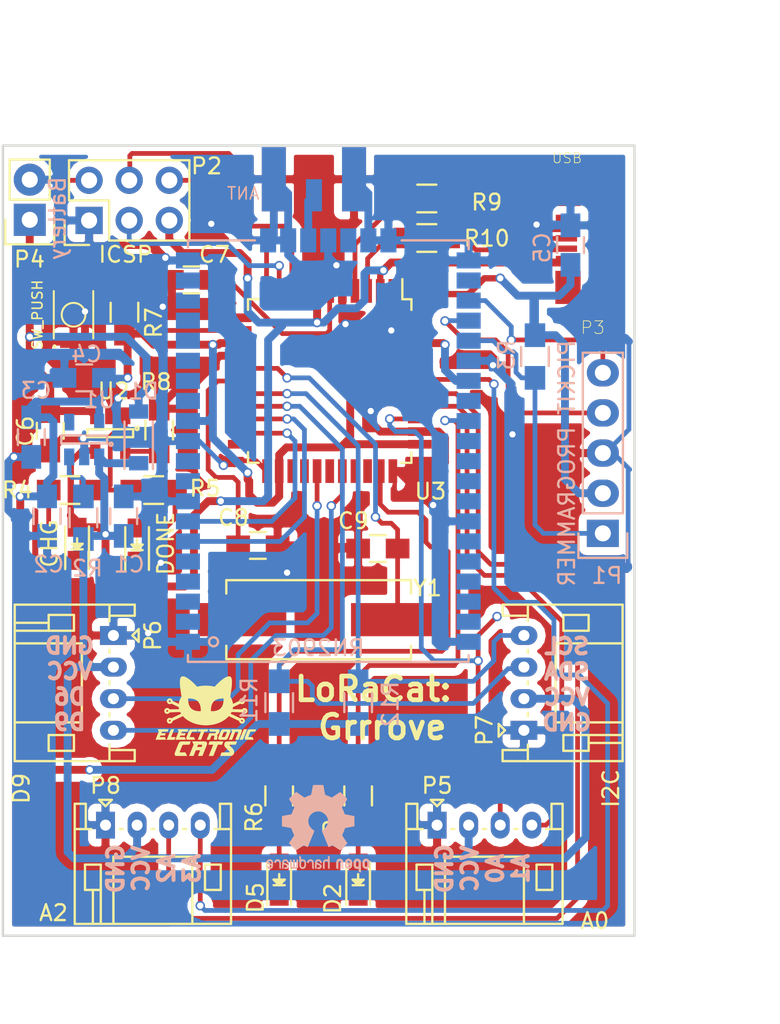
<source format=kicad_pcb>
(kicad_pcb (version 4) (host pcbnew 4.0.3-stable)
  (title_block (title "LoRa Cat") (rev 0.9) (company "Electronic Cats") (comment 1 "Eduardo Contreras Flores"))
  (layers (0 F.Cu signal) (31 B.Cu signal) (34 B.Paste user) (35 F.Paste user) (36 B.SilkS user) (37 F.SilkS user) (38 B.Mask user) (39 F.Mask user) (44 Edge.Cuts user))
  (net 0 "")
  (net 1 "Net-(A1-Pad1)")
  (net 2 GND)
  (net 3 VCC)
  (net 4 +3V3)
  (net 5 +BATT)
  (net 6 "Net-(C7-Pad1)")
  (net 7 "Net-(C8-Pad1)")
  (net 8 "Net-(C9-Pad1)")
  (net 9 "Net-(D2-Pad2)")
  (net 10 "Net-(D3-Pad1)")
  (net 11 "Net-(D4-Pad2)")
  (net 12 "Net-(D5-Pad2)")
  (net 13 /RST_RN)
  (net 14 /TEST1)
  (net 15 /TEST0)
  (net 16 /RST)
  (net 17 /MOSI)
  (net 18 /SCK)
  (net 19 /MISO)
  (net 20 /D-)
  (net 21 /D+)
  (net 22 "Net-(P3-Pad5)")
  (net 23 /A0)
  (net 24 /A1)
  (net 25 /D6)
  (net 26 /D9)
  (net 27 /SDA)
  (net 28 /SCL)
  (net 29 /A2)
  (net 30 /A3)
  (net 31 "Net-(MODULE1-Pad36)")
  (net 32 "Net-(R2-Pad1)")
  (net 33 "Net-(R4-Pad1)")
  (net 34 /D13)
  (net 35 "Net-(R8-Pad1)")
  (net 36 "Net-(R9-Pad1)")
  (net 37 "Net-(R10-Pad1)")
  (net 38 "Net-(U1-Pad4)")
  (net 39 "Net-(U3-Pad1)")
  (net 40 "Net-(U3-Pad8)")
  (net 41 "Net-(U3-Pad12)")
  (net 42 /RX_TX)
  (net 43 /TX_RX)
  (net 44 "Net-(U3-Pad22)")
  (net 45 "Net-(U3-Pad25)")
  (net 46 "Net-(U3-Pad26)")
  (net 47 "Net-(U3-Pad28)")
  (net 48 "Net-(U3-Pad30)")
  (net 49 "Net-(U3-Pad31)")
  (net 50 "Net-(U3-Pad40)")
  (net 51 "Net-(U3-Pad41)")
  (net 52 "Net-(MODULE1-Pad46)")
  (net 53 "Net-(MODULE1-Pad45)")
  (net 54 "Net-(MODULE1-Pad44)")
  (net 55 "Net-(MODULE1-Pad43)")
  (net 56 "Net-(MODULE1-Pad40)")
  (net 57 "Net-(MODULE1-Pad39)")
  (net 58 "Net-(MODULE1-Pad38)")
  (net 59 "Net-(MODULE1-Pad37)")
  (net 60 "Net-(MODULE1-Pad35)")
  (net 61 "Net-(MODULE1-Pad25)")
  (net 62 "Net-(MODULE1-Pad14)")
  (net 63 "Net-(MODULE1-Pad13)")
  (net 64 "Net-(MODULE1-Pad10)")
  (net 65 "Net-(MODULE1-Pad9)")
  (net 66 "Net-(MODULE1-Pad5)")
  (net 67 "Net-(MODULE1-Pad4)")
  (net 68 "Net-(MODULE1-Pad3)")
  (net 69 "Net-(MODULE1-Pad2)")
  (module Library:RN2483 (layer B.Cu) (at 154.298262 107.82 180)
    (fp_text reference RN2903 (at 9.530262 0.882 180) (layer B.SilkS) (effects (justify mirror)))
    (fp_text value RN2903 hide)
    (pad 47 smd rect (at 0 1.27 180) (size 1.524 1.016) (layers B.Cu B.Paste B.Mask) (net 2 GND))
    (pad 46 smd rect (at 0 2.54 180) (size 1.524 1.016) (layers B.Cu B.Paste B.Mask) (net 52 "Net-(MODULE1-Pad46)"))
    (pad 45 smd rect (at 0 3.81 180) (size 1.524 1.016) (layers B.Cu B.Paste B.Mask) (net 53 "Net-(MODULE1-Pad45)"))
    (pad 44 smd rect (at 0 5.08 180) (size 1.524 1.016) (layers B.Cu B.Paste B.Mask) (net 54 "Net-(MODULE1-Pad44)"))
    (pad 43 smd rect (at 0 6.35 180) (size 1.524 1.016) (layers B.Cu B.Paste B.Mask) (net 55 "Net-(MODULE1-Pad43)"))
    (pad 42 smd rect (at 0 7.62 180) (size 1.524 1.016) (layers B.Cu B.Paste B.Mask))
    (pad 41 smd rect (at 0 8.89 180) (size 1.524 1.016) (layers B.Cu B.Paste B.Mask) (net 2 GND))
    (pad 40 smd rect (at 0 10.16 180) (size 1.524 1.016) (layers B.Cu B.Paste B.Mask) (net 56 "Net-(MODULE1-Pad40)"))
    (pad 39 smd rect (at 0 11.43 180) (size 1.524 1.016) (layers B.Cu B.Paste B.Mask) (net 57 "Net-(MODULE1-Pad39)"))
    (pad 38 smd rect (at 0 12.7 180) (size 1.524 1.016) (layers B.Cu B.Paste B.Mask) (net 58 "Net-(MODULE1-Pad38)"))
    (pad 37 smd rect (at 0 13.97 180) (size 1.524 1.016) (layers B.Cu B.Paste B.Mask) (net 59 "Net-(MODULE1-Pad37)"))
    (pad 36 smd rect (at 0 15.24 180) (size 1.524 1.016) (layers B.Cu B.Paste B.Mask) (net 31 "Net-(MODULE1-Pad36)"))
    (pad 35 smd rect (at 0 16.51 180) (size 1.524 1.016) (layers B.Cu B.Paste B.Mask) (net 60 "Net-(MODULE1-Pad35)"))
    (pad 34 smd rect (at 0 17.78 180) (size 1.524 1.016) (layers B.Cu B.Paste B.Mask) (net 4 +3V3))
    (pad 33 smd rect (at 0 19.05 180) (size 1.524 1.016) (layers B.Cu B.Paste B.Mask) (net 2 GND))
    (pad 32 smd rect (at 0 20.32 180) (size 1.524 1.016) (layers B.Cu B.Paste B.Mask) (net 13 /RST_RN))
    (pad 31 smd rect (at 0 21.59 180) (size 1.524 1.016) (layers B.Cu B.Paste B.Mask) (net 14 /TEST1))
    (pad 30 smd rect (at 0 22.86 180) (size 1.524 1.016) (layers B.Cu B.Paste B.Mask) (net 15 /TEST0))
    (pad 29 smd rect (at 0 24.13 180) (size 1.524 1.016) (layers B.Cu B.Paste B.Mask))
    (pad 28 smd rect (at 0 25.4 180) (size 1.524 1.016) (layers B.Cu B.Paste B.Mask) (net 2 GND))
    (pad 20 smd rect (at 17.78 25.4 180) (size 1.524 1.016) (layers B.Cu B.Paste B.Mask) (net 2 GND))
    (pad 27 smd rect (at 5.08 26.67 180) (size 1.016 1.524) (layers B.Cu B.Paste B.Mask) (net 2 GND))
    (pad 26 smd rect (at 6.35 26.67 180) (size 1.016 1.524) (layers B.Cu B.Paste B.Mask) (net 2 GND))
    (pad 25 smd rect (at 7.62 26.67 180) (size 1.016 1.524) (layers B.Cu B.Paste B.Mask) (net 61 "Net-(MODULE1-Pad25)"))
    (pad 24 smd rect (at 8.89 26.67 180) (size 1.016 1.524) (layers B.Cu B.Paste B.Mask) (net 2 GND))
    (pad 23 smd rect (at 10.16 26.67 180) (size 1.016 1.524) (layers B.Cu B.Paste B.Mask) (net 1 "Net-(A1-Pad1)"))
    (pad 22 smd rect (at 11.43 26.67 180) (size 1.016 1.524) (layers B.Cu B.Paste B.Mask) (net 2 GND))
    (pad 21 smd rect (at 12.7 26.67 180) (size 1.016 1.524) (layers B.Cu B.Paste B.Mask) (net 2 GND))
    (pad 19 smd rect (at 17.78 24.13 180) (size 1.524 1.016) (layers B.Cu B.Paste B.Mask))
    (pad 18 smd rect (at 17.78 22.86 180) (size 1.524 1.016) (layers B.Cu B.Paste B.Mask))
    (pad 17 smd rect (at 17.78 21.59 180) (size 1.524 1.016) (layers B.Cu B.Paste B.Mask))
    (pad 16 smd rect (at 17.78 20.32 180) (size 1.524 1.016) (layers B.Cu B.Paste B.Mask))
    (pad 15 smd rect (at 17.78 19.05 180) (size 1.524 1.016) (layers B.Cu B.Paste B.Mask))
    (pad 14 smd rect (at 17.78 17.78 180) (size 1.524 1.016) (layers B.Cu B.Paste B.Mask) (net 62 "Net-(MODULE1-Pad14)"))
    (pad 13 smd rect (at 17.78 16.51 180) (size 1.524 1.016) (layers B.Cu B.Paste B.Mask) (net 63 "Net-(MODULE1-Pad13)"))
    (pad 12 smd rect (at 17.78 15.24 180) (size 1.524 1.016) (layers B.Cu B.Paste B.Mask) (net 4 +3V3))
    (pad 11 smd rect (at 17.78 13.97 180) (size 1.524 1.016) (layers B.Cu B.Paste B.Mask) (net 2 GND))
    (pad 10 smd rect (at 17.78 12.7 180) (size 1.524 1.016) (layers B.Cu B.Paste B.Mask) (net 64 "Net-(MODULE1-Pad10)"))
    (pad 9 smd rect (at 17.78 11.43 180) (size 1.524 1.016) (layers B.Cu B.Paste B.Mask) (net 65 "Net-(MODULE1-Pad9)"))
    (pad 8 smd rect (at 17.78 10.16 180) (size 1.524 1.016) (layers B.Cu B.Paste B.Mask) (net 2 GND))
    (pad 7 smd rect (at 17.78 8.89 180) (size 1.524 1.016) (layers B.Cu B.Paste B.Mask) (net 43 /TX_RX))
    (pad 6 smd rect (at 17.78 7.62 180) (size 1.524 1.016) (layers B.Cu B.Paste B.Mask) (net 42 /RX_TX))
    (pad 5 smd rect (at 17.78 6.35 180) (size 1.524 1.016) (layers B.Cu B.Paste B.Mask) (net 66 "Net-(MODULE1-Pad5)"))
    (pad 4 smd rect (at 17.78 5.08 180) (size 1.524 1.016) (layers B.Cu B.Paste B.Mask) (net 67 "Net-(MODULE1-Pad4)"))
    (pad 3 smd rect (at 17.78 3.81 180) (size 1.524 1.016) (layers B.Cu B.Paste B.Mask) (net 68 "Net-(MODULE1-Pad3)"))
    (pad 2 smd rect (at 17.78 2.54 180) (size 1.524 1.016) (layers B.Cu B.Paste B.Mask) (net 69 "Net-(MODULE1-Pad2)"))
    (pad 1 smd rect (at 17.78 1.27 180) (size 1.524 1.016) (layers B.Cu B.Paste B.Mask) (net 2 GND))
  )
  (module CatSat:SMA_Conn_Ant (layer B.Cu) (at 144.5 75.25 270)
    (fp_text reference A1)
    (fp_text value ANT (at 2.478 5.574 360) (layer B.SilkS) (effects (font (size 0.77216 0.77216) (thickness 0.1)) (justify right top mirror)))
    (pad 2 smd rect (at 2.032 2.54 180) (size 1.524 4.064) (layers B.Cu B.Paste B.Mask) (net 2 GND))
    (pad 3 smd rect (at 2.032 -2.54 180) (size 1.524 4.064) (layers B.Cu B.Paste B.Mask) (net 2 GND))
    (pad 1 smd rect (at 3.048 0 180) (size 1.016 2.032) (layers B.Cu B.Paste B.Mask) (net 1 "Net-(A1-Pad1)"))
    (pad 4 smd rect (at 2.032 2.54 180) (size 1.524 4.064) (layers F.Cu F.Paste F.Mask) (net 2 GND))
    (pad 5 smd rect (at 2.032 -2.54 180) (size 1.524 4.064) (layers F.Cu F.Paste F.Mask) (net 2 GND))
  )
  (module Capacitors_SMD:C_0805_HandSoldering (layer B.Cu) (at 132.45 98.6 90)
    (fp_text reference C1 (at -3.05 0.35 360) (layer B.SilkS) (effects (justify mirror)))
    (fp_text value 10uF)
    (pad 1 smd rect (at -1.25 0 90) (size 1.5 1.25) (layers B.Cu B.Paste B.Mask) (net 3 VCC))
    (pad 2 smd rect (at 1.25 0 90) (size 1.5 1.25) (layers B.Cu B.Paste B.Mask) (net 2 GND))
  )
  (module Capacitors_SMD:C_0805_HandSoldering (layer B.Cu) (at 127.6 98.6 270)
    (fp_text reference C2 (at 3.05 -0.1 540) (layer B.SilkS) (effects (justify mirror)))
    (fp_text value 10uF)
    (pad 1 smd rect (at -1.25 0 270) (size 1.5 1.25) (layers B.Cu B.Paste B.Mask) (net 4 +3V3))
    (pad 2 smd rect (at 1.25 0 270) (size 1.5 1.25) (layers B.Cu B.Paste B.Mask) (net 2 GND))
  )
  (module Capacitors_SMD:C_0805_HandSoldering (layer B.Cu) (at 126.6 93.6 270)
    (fp_text reference C3 (at -2.95 -0.3 540) (layer B.SilkS) (effects (justify mirror)))
    (fp_text value 1uF)
    (pad 1 smd rect (at -1.25 0 270) (size 1.5 1.25) (layers B.Cu B.Paste B.Mask) (net 4 +3V3))
    (pad 2 smd rect (at 1.25 0 270) (size 1.5 1.25) (layers B.Cu B.Paste B.Mask) (net 2 GND))
  )
  (module Capacitors_SMD:C_0805_HandSoldering (layer B.Cu) (at 129.95 89.85 180)
    (fp_text reference C4 (at -0.15 1.5 180) (layer B.SilkS) (effects (justify mirror)))
    (fp_text value 0.1uF)
    (pad 1 smd rect (at -1.25 0 180) (size 1.5 1.25) (layers B.Cu B.Paste B.Mask) (net 4 +3V3))
    (pad 2 smd rect (at 1.25 0 180) (size 1.5 1.25) (layers B.Cu B.Paste B.Mask) (net 2 GND))
  )
  (module Capacitors_SMD:C_0805_HandSoldering (layer B.Cu) (at 160.75 81.45 90)
    (fp_text reference C5 (at -0.17 -1.794 90) (layer B.SilkS) (effects (justify mirror)))
    (fp_text value 0.1uF)
    (pad 1 smd rect (at -1.25 0 90) (size 1.5 1.25) (layers B.Cu B.Paste B.Mask) (net 4 +3V3))
    (pad 2 smd rect (at 1.25 0 90) (size 1.5 1.25) (layers B.Cu B.Paste B.Mask) (net 2 GND))
  )
  (module Capacitors_SMD:C_0805_HandSoldering (layer F.Cu) (at 127.8 93.2 270)
    (fp_text reference C6 (at 0.022 1.574 450) (layer F.SilkS))
    (fp_text value 10uF)
    (pad 1 smd rect (at -1.25 0 270) (size 1.5 1.25) (layers F.Cu F.Paste F.Mask) (net 5 +BATT))
    (pad 2 smd rect (at 1.25 0 270) (size 1.5 1.25) (layers F.Cu F.Paste F.Mask) (net 2 GND))
  )
  (module Capacitors_SMD:C_0805_HandSoldering (layer F.Cu) (at 136.75 83.65 180)
    (fp_text reference C7 (at -1.45 1.6 180) (layer F.SilkS))
    (fp_text value 1uF)
    (pad 1 smd rect (at -1.25 0 180) (size 1.5 1.25) (layers F.Cu F.Paste F.Mask) (net 6 "Net-(C7-Pad1)"))
    (pad 2 smd rect (at 1.25 0 180) (size 1.5 1.25) (layers F.Cu F.Paste F.Mask) (net 2 GND))
  )
  (module Capacitors_SMD:C_0805_HandSoldering (layer F.Cu) (at 140.95 100.45)
    (fp_text reference C8 (at -1.55 -1.75) (layer F.SilkS))
    (fp_text value 22pF)
    (pad 1 smd rect (at -1.25 0) (size 1.5 1.25) (layers F.Cu F.Paste F.Mask) (net 7 "Net-(C8-Pad1)"))
    (pad 2 smd rect (at 1.25 0) (size 1.5 1.25) (layers F.Cu F.Paste F.Mask) (net 2 GND))
  )
  (module Capacitors_SMD:C_0805_HandSoldering (layer F.Cu) (at 148.55 100.65 180)
    (fp_text reference C9 (at 1.55 1.75 180) (layer F.SilkS))
    (fp_text value 22pF)
    (pad 1 smd rect (at -1.25 0 180) (size 1.5 1.25) (layers F.Cu F.Paste F.Mask) (net 8 "Net-(C9-Pad1)"))
    (pad 2 smd rect (at 1.25 0 180) (size 1.5 1.25) (layers F.Cu F.Paste F.Mask) (net 2 GND))
  )
  (module Diodes_SMD:SOD-123 (layer B.Cu) (at 133.4 93.615 90)
    (fp_text reference D1 (at 2.915 0.3 360) (layer B.SilkS) (effects (justify mirror)))
    (fp_text value MBR120)
    (pad 1 smd rect (at -1.635 0 90) (size 0.91 1.22) (layers B.Cu B.Paste B.Mask) (net 3 VCC))
    (pad 2 smd rect (at 1.635 0 90) (size 0.91 1.22) (layers B.Cu B.Paste B.Mask) (net 5 +BATT))
  )
  (module LEDs:LED_0805 (layer F.Cu) (at 147.3 121.60098 90)
    (fp_text reference D2 (at -1.2 -1.6 90) (layer F.SilkS))
    (fp_text value Led)
    (pad 2 smd rect (at 1.04902 0 270) (size 1.19888 1.19888) (layers F.Cu F.Paste F.Mask) (net 9 "Net-(D2-Pad2)"))
    (pad 1 smd rect (at -1.04902 0 270) (size 1.19888 1.19888) (layers F.Cu F.Paste F.Mask) (net 2 GND))
  )
  (module LEDs:LED_0805 (layer F.Cu) (at 129.5 100.35 90)
    (fp_text reference D3)
    (fp_text value CHG (at 0.016 -1.75 90) (layer F.SilkS))
    (pad 2 smd rect (at 1.04902 0 270) (size 1.19888 1.19888) (layers F.Cu F.Paste F.Mask) (net 3 VCC))
    (pad 1 smd rect (at -1.04902 0 270) (size 1.19888 1.19888) (layers F.Cu F.Paste F.Mask) (net 10 "Net-(D3-Pad1)"))
  )
  (module LEDs:LED_0805 (layer F.Cu) (at 133.3 100.39902 90)
    (fp_text reference D4)
    (fp_text value DONE (at 0.06502 1.816 90) (layer F.SilkS))
    (pad 2 smd rect (at 1.04902 0 270) (size 1.19888 1.19888) (layers F.Cu F.Paste F.Mask) (net 11 "Net-(D4-Pad2)"))
    (pad 1 smd rect (at -1.04902 0 270) (size 1.19888 1.19888) (layers F.Cu F.Paste F.Mask) (net 2 GND))
  )
  (module LEDs:LED_0805 (layer F.Cu) (at 142.3 121.60098 90)
    (fp_text reference D5 (at -1.14902 -1.5 90) (layer F.SilkS))
    (fp_text value LED)
    (pad 2 smd rect (at 1.04902 0 270) (size 1.19888 1.19888) (layers F.Cu F.Paste F.Mask) (net 12 "Net-(D5-Pad2)"))
    (pad 1 smd rect (at -1.04902 0 270) (size 1.19888 1.19888) (layers F.Cu F.Paste F.Mask) (net 2 GND))
  )
  (module Pin_Headers:Pin_Header_Straight_1x05 (layer B.Cu) (at 162.8 99.69)
    (fp_text reference P1 (at 0.256 2.676) (layer B.SilkS) (effects (justify mirror)))
    (fp_text value "PICKIT PROGRAMMER" (at -2.284 -4.436 90) (layer B.SilkS) (effects (justify mirror)))
    (pad 1 thru_hole rect (at 0 0) (size 2.032 1.7272) (drill 1.016) (layers *.Cu *.Mask) (net 13 /RST_RN))
    (pad 2 thru_hole oval (at 0 -2.54) (size 2.032 1.7272) (drill 1.016) (layers *.Cu *.Mask) (net 4 +3V3))
    (pad 3 thru_hole oval (at 0 -5.08) (size 2.032 1.7272) (drill 1.016) (layers *.Cu *.Mask) (net 2 GND))
    (pad 4 thru_hole oval (at 0 -7.62) (size 2.032 1.7272) (drill 1.016) (layers *.Cu *.Mask) (net 14 /TEST1))
    (pad 5 thru_hole oval (at 0 -10.16) (size 2.032 1.7272) (drill 1.016) (layers *.Cu *.Mask) (net 15 /TEST0))
  )
  (module Pin_Headers:Pin_Header_Straight_2x03 (layer F.Cu) (at 130.26 79.89 90)
    (fp_text reference P2 (at 3.44 7.44 180) (layer F.SilkS))
    (fp_text value ICSP (at -2.156 2.316 180) (layer F.SilkS))
    (pad 1 thru_hole rect (at 0 0 90) (size 1.7272 1.7272) (drill 1.016) (layers *.Cu *.Mask) (net 2 GND))
    (pad 2 thru_hole oval (at 2.54 0 90) (size 1.7272 1.7272) (drill 1.016) (layers *.Cu *.Mask) (net 16 /RST))
    (pad 3 thru_hole oval (at 0 2.54 90) (size 1.7272 1.7272) (drill 1.016) (layers *.Cu *.Mask) (net 17 /MOSI))
    (pad 4 thru_hole oval (at 2.54 2.54 90) (size 1.7272 1.7272) (drill 1.016) (layers *.Cu *.Mask) (net 18 /SCK))
    (pad 5 thru_hole oval (at 0 5.08 90) (size 1.7272 1.7272) (drill 1.016) (layers *.Cu *.Mask) (net 3 VCC))
    (pad 6 thru_hole oval (at 2.54 5.08 90) (size 1.7272 1.7272) (drill 1.016) (layers *.Cu *.Mask) (net 19 /MISO))
  )
  (module Pin_Headers:Pin_Header_Straight_1x02 (layer F.Cu) (at 126.5 79.85 180)
    (fp_text reference P4 (at 0.02 -2.5 360) (layer F.SilkS))
    (fp_text value Battery (at -1.758 0.09 270) (layer B.SilkS) (effects (justify mirror)))
    (pad 1 thru_hole rect (at 0 0 180) (size 2.032 2.032) (drill 1.016) (layers *.Cu *.Mask) (net 5 +BATT))
    (pad 2 thru_hole oval (at 0 2.54 180) (size 2.032 2.032) (drill 1.016) (layers *.Cu *.Mask) (net 2 GND))
  )
  (module Connectors_JST:JST_PH_S4B-PH-K_04x2.00mm_Angled (layer F.Cu) (at 152.3 118.15)
    (fp_text reference P5 (at 0 -2.5) (layer F.SilkS))
    (fp_text value A0 (at 9.994 6.06) (layer F.SilkS))
    (pad 1 thru_hole rect (at 0 0) (size 1.2 1.7) (drill 0.7) (layers *.Cu *.Mask) (net 2 GND))
    (pad 2 thru_hole oval (at 2 0) (size 1.2 1.7) (drill 0.7) (layers *.Cu *.Mask) (net 3 VCC))
    (pad 3 thru_hole oval (at 4 0) (size 1.2 1.7) (drill 0.7) (layers *.Cu *.Mask) (net 23 /A0))
    (pad 4 thru_hole oval (at 6 0) (size 1.2 1.7) (drill 0.7) (layers *.Cu *.Mask) (net 24 /A1))
  )
  (module Connectors_JST:JST_PH_S4B-PH-K_04x2.00mm_Angled (layer F.Cu) (at 131.8 106.15 270)
    (fp_text reference P6 (at 0 -2.5 270) (layer F.SilkS))
    (fp_text value D9 (at 9.678 5.828 270) (layer F.SilkS))
    (pad 1 thru_hole rect (at 0 0 270) (size 1.2 1.7) (drill 0.7) (layers *.Cu *.Mask) (net 2 GND))
    (pad 2 thru_hole oval (at 2 0 270) (size 1.2 1.7) (drill 0.7) (layers *.Cu *.Mask) (net 3 VCC))
    (pad 3 thru_hole oval (at 4 0 270) (size 1.2 1.7) (drill 0.7) (layers *.Cu *.Mask) (net 25 /D6))
    (pad 4 thru_hole oval (at 6 0 270) (size 1.2 1.7) (drill 0.7) (layers *.Cu *.Mask) (net 26 /D9))
  )
  (module Connectors_JST:JST_PH_S4B-PH-K_04x2.00mm_Angled (layer F.Cu) (at 157.8 112.15 90)
    (fp_text reference P7 (at 0 -2.5 90) (layer F.SilkS))
    (fp_text value I2C (at -3.678 5.51 90) (layer F.SilkS))
    (pad 1 thru_hole rect (at 0 0 90) (size 1.2 1.7) (drill 0.7) (layers *.Cu *.Mask) (net 2 GND))
    (pad 2 thru_hole oval (at 2 0 90) (size 1.2 1.7) (drill 0.7) (layers *.Cu *.Mask) (net 3 VCC))
    (pad 3 thru_hole oval (at 4 0 90) (size 1.2 1.7) (drill 0.7) (layers *.Cu *.Mask) (net 27 /SDA))
    (pad 4 thru_hole oval (at 6 0 90) (size 1.2 1.7) (drill 0.7) (layers *.Cu *.Mask) (net 28 /SCL))
  )
  (module Connectors_JST:JST_PH_S4B-PH-K_04x2.00mm_Angled (layer F.Cu) (at 131.3 118.15)
    (fp_text reference P8 (at 0 -2.5) (layer F.SilkS))
    (fp_text value A2 (at -3.296 5.552) (layer F.SilkS))
    (pad 1 thru_hole rect (at 0 0) (size 1.2 1.7) (drill 0.7) (layers *.Cu *.Mask) (net 2 GND))
    (pad 2 thru_hole oval (at 2 0) (size 1.2 1.7) (drill 0.7) (layers *.Cu *.Mask) (net 3 VCC))
    (pad 3 thru_hole oval (at 4 0) (size 1.2 1.7) (drill 0.7) (layers *.Cu *.Mask) (net 29 /A2))
    (pad 4 thru_hole oval (at 6 0) (size 1.2 1.7) (drill 0.7) (layers *.Cu *.Mask) (net 30 /A3))
  )
  (module Resistors_SMD:R_0805_HandSoldering (layer F.Cu) (at 147.3 116.3 270)
    (fp_text reference R1 (at 1.5 1.65 270) (layer F.SilkS))
    (fp_text value 100R)
    (pad 1 smd rect (at -1.35 0 270) (size 1.5 1.3) (layers F.Cu F.Paste F.Mask) (net 31 "Net-(MODULE1-Pad36)"))
    (pad 2 smd rect (at 1.35 0 270) (size 1.5 1.3) (layers F.Cu F.Paste F.Mask) (net 9 "Net-(D2-Pad2)"))
  )
  (module Resistors_SMD:R_0805_HandSoldering (layer B.Cu) (at 129.9 98.7 270)
    (fp_text reference R2 (at 3.2 -0.25 540) (layer B.SilkS) (effects (justify mirror)))
    (fp_text value 100K)
    (pad 1 smd rect (at -1.35 0 270) (size 1.5 1.3) (layers B.Cu B.Paste B.Mask) (net 32 "Net-(R2-Pad1)"))
    (pad 2 smd rect (at 1.35 0 270) (size 1.5 1.3) (layers B.Cu B.Paste B.Mask) (net 3 VCC))
  )
  (module Resistors_SMD:R_0805_HandSoldering (layer B.Cu) (at 158.5 88.5 270)
    (fp_text reference R3 (at -0.104 1.794 450) (layer B.SilkS) (effects (justify mirror)))
    (fp_text value 10K)
    (pad 1 smd rect (at -1.35 0 270) (size 1.5 1.3) (layers B.Cu B.Paste B.Mask) (net 4 +3V3))
    (pad 2 smd rect (at 1.35 0 270) (size 1.5 1.3) (layers B.Cu B.Paste B.Mask) (net 13 /RST_RN))
  )
  (module Resistors_SMD:R_0805_HandSoldering (layer F.Cu) (at 129.05 96.95 180)
    (fp_text reference R4 (at 3.332 0 180) (layer F.SilkS))
    (fp_text value 330R)
    (pad 1 smd rect (at -1.35 0 180) (size 1.5 1.3) (layers F.Cu F.Paste F.Mask) (net 33 "Net-(R4-Pad1)"))
    (pad 2 smd rect (at 1.35 0 180) (size 1.5 1.3) (layers F.Cu F.Paste F.Mask) (net 10 "Net-(D3-Pad1)"))
  )
  (module Resistors_SMD:R_0805_HandSoldering (layer F.Cu) (at 134.35 96.95)
    (fp_text reference R5 (at 3.25 -0.1) (layer F.SilkS))
    (fp_text value 330R)
    (pad 1 smd rect (at -1.35 0) (size 1.5 1.3) (layers F.Cu F.Paste F.Mask) (net 33 "Net-(R4-Pad1)"))
    (pad 2 smd rect (at 1.35 0) (size 1.5 1.3) (layers F.Cu F.Paste F.Mask) (net 11 "Net-(D4-Pad2)"))
  )
  (module Resistors_SMD:R_0805_HandSoldering (layer F.Cu) (at 142.3 116.3 270)
    (fp_text reference R6 (at 1.35 1.6 270) (layer F.SilkS))
    (fp_text value 330)
    (pad 1 smd rect (at -1.35 0 270) (size 1.5 1.3) (layers F.Cu F.Paste F.Mask) (net 34 /D13))
    (pad 2 smd rect (at 1.35 0 270) (size 1.5 1.3) (layers F.Cu F.Paste F.Mask) (net 12 "Net-(D5-Pad2)"))
  )
  (module Resistors_SMD:R_0805_HandSoldering (layer F.Cu) (at 132.5 85.7 90)
    (fp_text reference R7 (at -0.664 1.854 270) (layer F.SilkS))
    (fp_text value 10K)
    (pad 1 smd rect (at -1.35 0 90) (size 1.5 1.3) (layers F.Cu F.Paste F.Mask) (net 4 +3V3))
    (pad 2 smd rect (at 1.35 0 90) (size 1.5 1.3) (layers F.Cu F.Paste F.Mask) (net 16 /RST))
  )
  (module Resistors_SMD:R_0805_HandSoldering (layer F.Cu) (at 134.7 93.15 90)
    (fp_text reference R8 (at 3.05 -0.2 180) (layer F.SilkS))
    (fp_text value 10K)
    (pad 1 smd rect (at -1.35 0 90) (size 1.5 1.3) (layers F.Cu F.Paste F.Mask) (net 35 "Net-(R8-Pad1)"))
    (pad 2 smd rect (at 1.35 0 90) (size 1.5 1.3) (layers F.Cu F.Paste F.Mask) (net 2 GND))
  )
  (module Resistors_SMD:R_0805_HandSoldering (layer F.Cu) (at 151.65 78.5)
    (fp_text reference R9 (at 3.798 0.24) (layer F.SilkS))
    (fp_text value 22R)
    (pad 1 smd rect (at -1.35 0) (size 1.5 1.3) (layers F.Cu F.Paste F.Mask) (net 36 "Net-(R9-Pad1)"))
    (pad 2 smd rect (at 1.35 0) (size 1.5 1.3) (layers F.Cu F.Paste F.Mask) (net 21 /D+))
  )
  (module Resistors_SMD:R_0805_HandSoldering (layer F.Cu) (at 151.65 81)
    (fp_text reference R10 (at 3.798 0.026) (layer F.SilkS))
    (fp_text value 22R)
    (pad 1 smd rect (at -1.35 0) (size 1.5 1.3) (layers F.Cu F.Paste F.Mask) (net 37 "Net-(R10-Pad1)"))
    (pad 2 smd rect (at 1.35 0) (size 1.5 1.3) (layers F.Cu F.Paste F.Mask) (net 20 /D-))
  )
  (module Resistors_SMD:R_0805_HandSoldering (layer B.Cu) (at 142.3 110.4 90)
    (fp_text reference R11 (at 0.16 -1.9 90) (layer B.SilkS) (effects (justify mirror)))
    (fp_text value 4.7K)
    (pad 1 smd rect (at -1.35 0 90) (size 1.5 1.3) (layers B.Cu B.Paste B.Mask) (net 4 +3V3))
    (pad 2 smd rect (at 1.35 0 90) (size 1.5 1.3) (layers B.Cu B.Paste B.Mask) (net 27 /SDA))
  )
  (module Resistors_SMD:R_0805_HandSoldering (layer B.Cu) (at 147.3 110.4 90)
    (fp_text reference R12 (at -0.094 2.04 90) (layer B.SilkS) (effects (justify mirror)))
    (fp_text value 4.7K)
    (pad 1 smd rect (at -1.35 0 90) (size 1.5 1.3) (layers B.Cu B.Paste B.Mask) (net 4 +3V3))
    (pad 2 smd rect (at 1.35 0 90) (size 1.5 1.3) (layers B.Cu B.Paste B.Mask) (net 28 /SCL))
  )
  (module TO_SOT_Packages_SMD:SOT-23-5 (layer B.Cu) (at 129.95 93.75 90)
    (fp_text reference U1 (at 2.5 0.95 360) (layer B.SilkS) (effects (justify mirror)))
    (fp_text value AP2112)
    (pad 1 smd rect (at -1.1 0.95 90) (size 1.06 0.65) (layers B.Cu B.Paste B.Mask) (net 3 VCC))
    (pad 2 smd rect (at -1.1 0 90) (size 1.06 0.65) (layers B.Cu B.Paste B.Mask) (net 2 GND))
    (pad 3 smd rect (at -1.1 -0.95 90) (size 1.06 0.65) (layers B.Cu B.Paste B.Mask) (net 32 "Net-(R2-Pad1)"))
    (pad 4 smd rect (at 1.1 -0.95 90) (size 1.06 0.65) (layers B.Cu B.Paste B.Mask) (net 38 "Net-(U1-Pad4)"))
    (pad 5 smd rect (at 1.1 0.95 90) (size 1.06 0.65) (layers B.Cu B.Paste B.Mask) (net 4 +3V3))
  )
  (module TO_SOT_Packages_SMD:SOT-23-5 (layer F.Cu) (at 131.6 93.35 270)
    (fp_text reference U2 (at -2.668 -0.214 360) (layer F.SilkS))
    (fp_text value MCP73831T-2ATI/OT)
    (pad 1 smd rect (at -1.1 -0.95 270) (size 1.06 0.65) (layers F.Cu F.Paste F.Mask) (net 33 "Net-(R4-Pad1)"))
    (pad 2 smd rect (at -1.1 0 270) (size 1.06 0.65) (layers F.Cu F.Paste F.Mask) (net 2 GND))
    (pad 3 smd rect (at -1.1 0.95 270) (size 1.06 0.65) (layers F.Cu F.Paste F.Mask) (net 5 +BATT))
    (pad 4 smd rect (at 1.1 0.95 270) (size 1.06 0.65) (layers F.Cu F.Paste F.Mask) (net 3 VCC))
    (pad 5 smd rect (at 1.1 -0.95 270) (size 1.06 0.65) (layers F.Cu F.Paste F.Mask) (net 35 "Net-(R8-Pad1)"))
  )
  (module Housings_QFP:TQFP-44_10x10mm_Pitch0.8mm (layer F.Cu) (at 145.5 90.05 270)
    (fp_text reference U3 (at 6.982 -6.38 360) (layer F.SilkS))
    (fp_text value ATmega32U4-AU)
    (pad 1 smd rect (at -5.7 -4 270) (size 1.5 0.55) (layers F.Cu F.Paste F.Mask) (net 39 "Net-(U3-Pad1)"))
    (pad 2 smd rect (at -5.7 -3.2 270) (size 1.5 0.55) (layers F.Cu F.Paste F.Mask) (net 3 VCC))
    (pad 3 smd rect (at -5.7 -2.4 270) (size 1.5 0.55) (layers F.Cu F.Paste F.Mask) (net 37 "Net-(R10-Pad1)"))
    (pad 4 smd rect (at -5.7 -1.6 270) (size 1.5 0.55) (layers F.Cu F.Paste F.Mask) (net 36 "Net-(R9-Pad1)"))
    (pad 5 smd rect (at -5.7 -0.8 270) (size 1.5 0.55) (layers F.Cu F.Paste F.Mask) (net 2 GND))
    (pad 6 smd rect (at -5.7 0 270) (size 1.5 0.55) (layers F.Cu F.Paste F.Mask) (net 6 "Net-(C7-Pad1)"))
    (pad 7 smd rect (at -5.7 0.8 270) (size 1.5 0.55) (layers F.Cu F.Paste F.Mask) (net 3 VCC))
    (pad 8 smd rect (at -5.7 1.6 270) (size 1.5 0.55) (layers F.Cu F.Paste F.Mask) (net 40 "Net-(U3-Pad8)"))
    (pad 9 smd rect (at -5.7 2.4 270) (size 1.5 0.55) (layers F.Cu F.Paste F.Mask) (net 18 /SCK))
    (pad 10 smd rect (at -5.7 3.2 270) (size 1.5 0.55) (layers F.Cu F.Paste F.Mask) (net 17 /MOSI))
    (pad 11 smd rect (at -5.7 4 270) (size 1.5 0.55) (layers F.Cu F.Paste F.Mask) (net 19 /MISO))
    (pad 12 smd rect (at -4 5.7) (size 1.5 0.55) (layers F.Cu F.Paste F.Mask) (net 41 "Net-(U3-Pad12)"))
    (pad 13 smd rect (at -3.2 5.7) (size 1.5 0.55) (layers F.Cu F.Paste F.Mask) (net 16 /RST))
    (pad 14 smd rect (at -2.4 5.7) (size 1.5 0.55) (layers F.Cu F.Paste F.Mask) (net 4 +3V3))
    (pad 15 smd rect (at -1.6 5.7) (size 1.5 0.55) (layers F.Cu F.Paste F.Mask) (net 2 GND))
    (pad 16 smd rect (at -0.8 5.7) (size 1.5 0.55) (layers F.Cu F.Paste F.Mask) (net 8 "Net-(C9-Pad1)"))
    (pad 17 smd rect (at 0 5.7) (size 1.5 0.55) (layers F.Cu F.Paste F.Mask) (net 7 "Net-(C8-Pad1)"))
    (pad 18 smd rect (at 0.8 5.7) (size 1.5 0.55) (layers F.Cu F.Paste F.Mask) (net 28 /SCL))
    (pad 19 smd rect (at 1.6 5.7) (size 1.5 0.55) (layers F.Cu F.Paste F.Mask) (net 27 /SDA))
    (pad 20 smd rect (at 2.4 5.7) (size 1.5 0.55) (layers F.Cu F.Paste F.Mask) (net 42 /RX_TX))
    (pad 21 smd rect (at 3.2 5.7) (size 1.5 0.55) (layers F.Cu F.Paste F.Mask) (net 43 /TX_RX))
    (pad 22 smd rect (at 4 5.7) (size 1.5 0.55) (layers F.Cu F.Paste F.Mask) (net 44 "Net-(U3-Pad22)"))
    (pad 23 smd rect (at 5.7 4 270) (size 1.5 0.55) (layers F.Cu F.Paste F.Mask) (net 2 GND))
    (pad 24 smd rect (at 5.7 3.2 270) (size 1.5 0.55) (layers F.Cu F.Paste F.Mask) (net 4 +3V3))
    (pad 25 smd rect (at 5.7 2.4 270) (size 1.5 0.55) (layers F.Cu F.Paste F.Mask) (net 45 "Net-(U3-Pad25)"))
    (pad 26 smd rect (at 5.7 1.6 270) (size 1.5 0.55) (layers F.Cu F.Paste F.Mask) (net 46 "Net-(U3-Pad26)"))
    (pad 27 smd rect (at 5.7 0.8 270) (size 1.5 0.55) (layers F.Cu F.Paste F.Mask) (net 25 /D6))
    (pad 28 smd rect (at 5.7 0 270) (size 1.5 0.55) (layers F.Cu F.Paste F.Mask) (net 47 "Net-(U3-Pad28)"))
    (pad 29 smd rect (at 5.7 -0.8 270) (size 1.5 0.55) (layers F.Cu F.Paste F.Mask) (net 26 /D9))
    (pad 30 smd rect (at 5.7 -1.6 270) (size 1.5 0.55) (layers F.Cu F.Paste F.Mask) (net 48 "Net-(U3-Pad30)"))
    (pad 31 smd rect (at 5.7 -2.4 270) (size 1.5 0.55) (layers F.Cu F.Paste F.Mask) (net 49 "Net-(U3-Pad31)"))
    (pad 32 smd rect (at 5.7 -3.2 270) (size 1.5 0.55) (layers F.Cu F.Paste F.Mask) (net 34 /D13))
    (pad 33 smd rect (at 5.7 -4 270) (size 1.5 0.55) (layers F.Cu F.Paste F.Mask) (net 2 GND))
    (pad 34 smd rect (at 4 -5.7) (size 1.5 0.55) (layers F.Cu F.Paste F.Mask) (net 4 +3V3))
    (pad 35 smd rect (at 3.2 -5.7) (size 1.5 0.55) (layers F.Cu F.Paste F.Mask) (net 2 GND))
    (pad 36 smd rect (at 2.4 -5.7) (size 1.5 0.55) (layers F.Cu F.Paste F.Mask) (net 23 /A0))
    (pad 37 smd rect (at 1.6 -5.7) (size 1.5 0.55) (layers F.Cu F.Paste F.Mask) (net 24 /A1))
    (pad 38 smd rect (at 0.8 -5.7) (size 1.5 0.55) (layers F.Cu F.Paste F.Mask) (net 29 /A2))
    (pad 39 smd rect (at 0 -5.7) (size 1.5 0.55) (layers F.Cu F.Paste F.Mask) (net 30 /A3))
    (pad 40 smd rect (at -0.8 -5.7) (size 1.5 0.55) (layers F.Cu F.Paste F.Mask) (net 50 "Net-(U3-Pad40)"))
    (pad 41 smd rect (at -1.6 -5.7) (size 1.5 0.55) (layers F.Cu F.Paste F.Mask) (net 51 "Net-(U3-Pad41)"))
    (pad 42 smd rect (at -2.4 -5.7) (size 1.5 0.55) (layers F.Cu F.Paste F.Mask) (net 4 +3V3))
    (pad 43 smd rect (at -3.2 -5.7) (size 1.5 0.55) (layers F.Cu F.Paste F.Mask) (net 2 GND))
    (pad 44 smd rect (at -4 -5.7) (size 1.5 0.55) (layers F.Cu F.Paste F.Mask) (net 4 +3V3))
  )
  (module Crystals:Crystal_HC49-SD_SMD (layer F.Cu) (at 144.8 105.15)
    (fp_text reference Y1 (at 6.9 -2) (layer F.SilkS))
    (fp_text value 8Mhz)
    (pad 1 smd rect (at -4.84886 0) (size 5.6007 2.10058) (layers F.Cu F.Paste F.Mask) (net 7 "Net-(C8-Pad1)"))
    (pad 2 smd rect (at 4.84886 0) (size 5.6007 2.10058) (layers F.Cu F.Paste F.Mask) (net 8 "Net-(C9-Pad1)"))
  )
  (module TIH:SW_B3U-1000P (layer F.Cu) (at 129.274 85.856 90)
    (fp_text reference SW1)
    (fp_text value SW_PUSH (at 0 -2.286 90) (layer F.SilkS) (effects (font (size 0.64 0.64) (thickness 0.1))))
    (pad 2 smd rect (at 1.7 0 270) (size 0.8 1.7) (layers F.Cu F.Paste F.Mask) (net 16 /RST))
    (pad 1 smd rect (at -1.7 0 270) (size 0.8 1.7) (layers F.Cu F.Paste F.Mask) (net 2 GND))
  )
  (module TIH:electronic_cats_logo_4x3 (layer F.Cu) (at 137.656 111.256)
    (fp_text reference G*** hide)
    (fp_text value LOGO hide)
  )
  (module Symbols:OSHW-Logo2_7.3x6mm_SilkScreen (layer B.Cu) (at 144.768 118.368 180)
    (fp_text reference REF*** hide)
    (fp_text value OSHW-Logo2_7.3x6mm_SilkScreen hide)
  )
  (module TIH:10118192-0001LF (layer F.Cu) (at 164.592 81.026 90)
    (fp_text reference P3 (at -5.648 -2.432 180) (layer F.SilkS) (effects (font (size 0.8 0.8) (thickness 0.05))))
    (fp_text value USB (at 5.08 -4.064 180) (layer F.SilkS) (effects (font (size 0.64 0.64) (thickness 0.05))))
    (pad 1 smd rect (at -1.3 -4.1 180) (size 1.35 0.4) (layers F.Cu F.Paste F.Mask) (net 3 VCC))
    (pad 2 smd rect (at -0.65 -4.1 180) (size 1.35 0.4) (layers F.Cu F.Paste F.Mask) (net 20 /D-))
    (pad 3 smd rect (at 0 -4.1 180) (size 1.35 0.4) (layers F.Cu F.Paste F.Mask) (net 21 /D+))
    (pad 4 smd rect (at 0.65 -4.1 180) (size 1.35 0.4) (layers F.Cu F.Paste F.Mask) (net 2 GND))
    (pad 5 smd rect (at 1.3 -4.1 180) (size 1.35 0.4) (layers F.Cu F.Paste F.Mask) (net 22 "Net-(P3-Pad5)"))
    (pad M1 smd rect (at -1.2 -1.45 90) (size 1.9 1.9) (layers F.Cu F.Paste F.Mask))
    (pad M2 smd rect (at 1.2 -1.45 90) (size 1.9 1.9) (layers F.Cu F.Paste F.Mask))
    (pad S1 smd rect (at -3.85 -1.45 90) (size 1.9 1.9) (layers F.Cu F.Paste F.Mask))
    (pad S3 smd rect (at -3.1 -4 90) (size 2.1 1.6) (layers F.Cu F.Paste F.Mask))
    (pad S4 smd rect (at 3.1 -4 90) (size 2.1 1.6) (layers F.Cu F.Paste F.Mask))
    (pad S2 smd rect (at 3.85 -1.45 90) (size 1.9 1.9) (layers F.Cu F.Paste F.Mask))
  )
  (gr_text "GND\nVCC\nA2\nA3" (at 134.354 120.908 90) (layer B.SilkS) (effects (font (size 1 1) (thickness 0.25)) (justify mirror)))
  (gr_text "GND\nVCC\nD6\nD9" (at 129.02 109.224) (layer B.SilkS) (effects (font (size 1 1) (thickness 0.25)) (justify mirror)))
  (gr_text "SCL\nSDA\nVCC\nGND" (at 160.516 109.25) (layer B.SilkS) (effects (font (size 1 1) (thickness 0.25)) (justify mirror)))
  (gr_text "GND\nVCC\nA0\nA1" (at 155.182 120.908 90) (layer B.SilkS) (effects (font (size 1 1) (thickness 0.25)) (justify mirror)))
  (gr_text "LoRaCat: \nGrrrove" (at 148.832 110.748) (layer F.SilkS) (effects (font (size 1.5 1.5) (thickness 0.3))))
  (gr_line (start 124.8 125.15) (end 124.8 75.15) (layer Edge.Cuts) (width 0.15))
  (gr_line (start 164.8 125.15) (end 124.8 125.15) (layer Edge.Cuts) (width 0.15))
  (gr_line (start 164.8 75.15) (end 164.8 125.15) (layer Edge.Cuts) (width 0.15))
  (gr_line (start 124.8 75.15) (end 164.8 75.15) (layer Edge.Cuts) (width 0.15))
  (segment (start 144.5 78.298) (end 144.138262 78.659738) (width 0.5) (layer B.Cu) (net 1))
  (segment (start 144.138262 78.659738) (end 144.138262 81.15) (width 0.5) (layer B.Cu) (net 1))
  (segment (start 160.492 80.376) (end 159.456998 80.376) (width 0.5) (layer F.Cu) (net 2))
  (segment (start 158.6 80.15) (end 159.230998 80.15) (width 0.5) (layer F.Cu) (net 2))
  (segment (start 159.230998 80.15) (end 159.456998 80.376) (width 0.5) (layer F.Cu) (net 2))
  (segment (start 134.8 101.55) (end 134.375736 101.55) (width 0.5) (layer B.Cu) (net 2))
  (segment (start 134.375736 101.55) (end 134 101.925736) (width 0.5) (layer B.Cu) (net 2))
  (segment (start 134 101.925736) (end 134 105.575736) (width 0.5) (layer B.Cu) (net 2))
  (segment (start 134 105.575736) (end 134 106) (width 0.5) (layer B.Cu) (net 2))
  (segment (start 131.8 106.15) (end 133.85 106.15) (width 0.5) (layer F.Cu) (net 2))
  (via (at 134 106) (size 0.6) (drill 0.4) (layers F.Cu B.Cu) (net 2))
  (segment (start 133.85 106.15) (end 134 106) (width 0.5) (layer F.Cu) (net 2))
  (segment (start 158.6 80.15) (end 160.7 80.15) (width 0.5) (layer B.Cu) (net 2))
  (segment (start 160.7 80.15) (end 160.75 80.2) (width 0.5) (layer B.Cu) (net 2))
  (segment (start 130 87.9) (end 130 85.65) (width 0.5) (layer F.Cu) (net 2))
  (via (at 130 85.65) (size 0.6) (drill 0.4) (layers F.Cu B.Cu) (net 2))
  (segment (start 160.099 93.425) (end 157.075 93.425) (width 0.5) (layer F.Cu) (net 2))
  (via (at 157.075 93.425) (size 0.6) (drill 0.4) (layers F.Cu B.Cu) (net 2))
  (segment (start 162.8 94.61) (end 161.284 94.61) (width 0.5) (layer F.Cu) (net 2))
  (segment (start 161.284 94.61) (end 160.099 93.425) (width 0.5) (layer F.Cu) (net 2))
  (segment (start 164.225 87.325) (end 163.8 87.325) (width 0.5) (layer B.Cu) (net 2))
  (segment (start 164.45 87.55) (end 164.225 87.325) (width 0.5) (layer B.Cu) (net 2))
  (segment (start 164.45 93.1124) (end 164.45 87.55) (width 0.3) (layer B.Cu) (net 2))
  (segment (start 162.8 94.61) (end 162.9524 94.61) (width 0.5) (layer B.Cu) (net 2))
  (segment (start 162.9524 94.61) (end 164.45 93.1124) (width 0.3) (layer B.Cu) (net 2))
  (segment (start 155.560262 88.77) (end 155.840262 89.05) (width 0.5) (layer B.Cu) (net 2))
  (via (at 155.840262 89.05) (size 0.6) (drill 0.4) (layers F.Cu B.Cu) (net 2))
  (segment (start 157.025 92.025) (end 157.025 90.234738) (width 0.4) (layer B.Cu) (net 2))
  (segment (start 157.025 90.234738) (end 155.560262 88.77) (width 0.5) (layer B.Cu) (net 2))
  (segment (start 155.560262 88.77) (end 154.298262 88.77) (width 0.4) (layer B.Cu) (net 2))
  (segment (start 142.868262 82.068262) (end 143.65 82.85) (width 0.5) (layer B.Cu) (net 2))
  (segment (start 142.868262 81.15) (end 142.868262 82.068262) (width 0.5) (layer B.Cu) (net 2))
  (segment (start 152.8 95.2) (end 152.25 95.75) (width 0.5) (layer F.Cu) (net 2))
  (segment (start 152.25 95.75) (end 151.57499 95.75) (width 0.5) (layer F.Cu) (net 2))
  (segment (start 152.8 93.660002) (end 152.8 95.2) (width 0.5) (layer F.Cu) (net 2))
  (segment (start 151.2 93.25) (end 152.389998 93.25) (width 0.5) (layer F.Cu) (net 2))
  (segment (start 152.389998 93.25) (end 152.8 93.660002) (width 0.5) (layer F.Cu) (net 2))
  (segment (start 149.5 95.75) (end 151.57499 95.75) (width 0.5) (layer F.Cu) (net 2))
  (segment (start 152.100736 98.375) (end 152.05 98.324264) (width 0.5) (layer B.Cu) (net 2))
  (segment (start 152.05 97.9) (end 152.05 98.324264) (width 0.5) (layer B.Cu) (net 2))
  (segment (start 127.8 94.45) (end 128.57343 93.67657) (width 0.5) (layer F.Cu) (net 2))
  (segment (start 128.57343 93.67657) (end 129.888258 93.67657) (width 0.5) (layer F.Cu) (net 2))
  (segment (start 130.02 93.75) (end 129.888258 93.67657) (width 0.3) (layer B.Cu) (net 2))
  (segment (start 129.95 93.738312) (end 129.888258 93.67657) (width 0.5) (layer B.Cu) (net 2))
  (segment (start 129.888258 93.67657) (end 131.9 93.75) (width 0.3) (layer B.Cu) (net 2))
  (segment (start 129.95 94.85) (end 129.95 93.738312) (width 0.5) (layer B.Cu) (net 2))
  (via (at 129.888258 93.67657) (size 0.6) (drill 0.4) (layers F.Cu B.Cu) (net 2))
  (segment (start 127.8 94.45) (end 125.9 94.45) (width 0.5) (layer F.Cu) (net 2))
  (segment (start 125.9 94.45) (end 125.5 94.85) (width 0.5) (layer F.Cu) (net 2))
  (segment (start 125.5 94.85) (end 125.174999 95.175001) (width 0.5) (layer B.Cu) (net 2))
  (segment (start 125.174999 95.175001) (end 125.149999 95.175001) (width 0.5) (layer B.Cu) (net 2))
  (segment (start 125.5 94.85) (end 126.6 94.85) (width 0.5) (layer B.Cu) (net 2))
  (segment (start 125.55 98.625) (end 125.55 98.8) (width 0.5) (layer B.Cu) (net 2))
  (segment (start 125.149999 98.224999) (end 125.55 98.625) (width 0.5) (layer B.Cu) (net 2))
  (segment (start 126.6 94.85) (end 125.475 94.85) (width 0.5) (layer B.Cu) (net 2))
  (segment (start 125.475 94.85) (end 125.149999 95.175001) (width 0.5) (layer B.Cu) (net 2))
  (segment (start 125.149999 95.175001) (end 125.149999 98.224999) (width 0.5) (layer B.Cu) (net 2))
  (segment (start 126.6 94.85) (end 125.6 94.85) (width 0.5) (layer B.Cu) (net 2))
  (via (at 125.5 94.85) (size 0.6) (drill 0.4) (layers F.Cu B.Cu) (net 2))
  (segment (start 145.408262 81.15) (end 145.408262 82.208262) (width 0.5) (layer B.Cu) (net 2))
  (segment (start 145.408262 82.208262) (end 145.925 82.725) (width 0.5) (layer B.Cu) (net 2))
  (via (at 145.925 82.725) (size 0.6) (drill 0.4) (layers F.Cu B.Cu) (net 2))
  (segment (start 146.3 84.35) (end 146.3 83.1) (width 0.5) (layer F.Cu) (net 2))
  (segment (start 146.3 83.1) (end 145.925 82.725) (width 0.5) (layer F.Cu) (net 2))
  (segment (start 139.515262 80.075) (end 138.025 80.075) (width 0.5) (layer B.Cu) (net 2))
  (segment (start 138.025 80.075) (end 138 80.1) (width 0.5) (layer B.Cu) (net 2))
  (via (at 138 80.1) (size 0.6) (drill 0.4) (layers F.Cu B.Cu) (net 2))
  (segment (start 141.598262 81.15) (end 140.590262 81.15) (width 0.5) (layer B.Cu) (net 2))
  (segment (start 140.590262 81.15) (end 139.515262 80.075) (width 0.5) (layer B.Cu) (net 2))
  (segment (start 141.96 77.282) (end 141.96 80.788262) (width 0.5) (layer B.Cu) (net 2))
  (segment (start 141.96 80.788262) (end 141.598262 81.15) (width 0.5) (layer B.Cu) (net 2))
  (segment (start 141.55 81.101738) (end 141.598262 81.15) (width 0.5) (layer B.Cu) (net 2))
  (segment (start 141.598262 77.643738) (end 141.96 77.282) (width 0.5) (layer B.Cu) (net 2))
  (via (at 135.086262 82.25) (size 0.6) (drill 0.4) (layers F.Cu B.Cu) (net 2))
  (segment (start 136.518262 82.42) (end 135.256262 82.42) (width 0.5) (layer B.Cu) (net 2))
  (segment (start 135.256262 82.42) (end 135.086262 82.25) (width 0.5) (layer B.Cu) (net 2))
  (segment (start 164.4 101.75) (end 164.4 101.85) (width 0.5) (layer B.Cu) (net 2))
  (segment (start 164.4 101.85) (end 164.3 101.95) (width 0.5) (layer B.Cu) (net 2))
  (segment (start 164.3 101.95) (end 163.7 101.95) (width 0.3) (layer B.Cu) (net 2))
  (segment (start 164.4 95.65) (end 164.4 101.75) (width 0.3) (layer B.Cu) (net 2))
  (segment (start 163.46 94.61) (end 164.5 95.65) (width 0.3) (layer B.Cu) (net 2))
  (segment (start 162.8 94.61) (end 163.46 94.61) (width 0.5) (layer B.Cu) (net 2))
  (segment (start 138.769669 95.380331) (end 137.239338 93.85) (width 0.3) (layer B.Cu) (net 2))
  (segment (start 137.239338 93.85) (end 136.518262 93.85) (width 0.3) (layer B.Cu) (net 2))
  (segment (start 141.5 95.75) (end 140.849999 95.099999) (width 0.3) (layer F.Cu) (net 2))
  (segment (start 140.849999 95.099999) (end 139.050001 95.099999) (width 0.3) (layer F.Cu) (net 2))
  (segment (start 139.050001 95.099999) (end 138.769669 95.380331) (width 0.3) (layer F.Cu) (net 2))
  (via (at 138.769669 95.380331) (size 0.6) (drill 0.4) (layers F.Cu B.Cu) (net 2))
  (segment (start 131.67 91.15) (end 132.1 91.15) (width 0.3) (layer F.Cu) (net 2))
  (segment (start 131.6 92.25) (end 131.6 91.22) (width 0.3) (layer F.Cu) (net 2))
  (segment (start 131.6 91.22) (end 131.67 91.15) (width 0.3) (layer F.Cu) (net 2))
  (via (at 132.1 91.15) (size 0.6) (drill 0.4) (layers F.Cu B.Cu) (net 2))
  (segment (start 132.1 93.55) (end 132.1 91.15) (width 0.3) (layer B.Cu) (net 2))
  (segment (start 131.9 93.75) (end 132.1 93.55) (width 0.3) (layer B.Cu) (net 2))
  (segment (start 129.95 94.85) (end 129.95 93.82) (width 0.3) (layer B.Cu) (net 2))
  (segment (start 158.59974 80.15026) (end 158.6 80.15) (width 0.5) (layer F.Cu) (net 2))
  (via (at 158.6 80.15) (size 0.6) (drill 0.4) (layers F.Cu B.Cu) (net 2))
  (segment (start 148.1 92.65) (end 148.1 91.95) (width 0.5) (layer F.Cu) (net 2))
  (via (at 148.1 91.95) (size 0.6) (drill 0.4) (layers F.Cu B.Cu) (net 2))
  (segment (start 148.7 93.25) (end 148.1 92.65) (width 0.5) (layer F.Cu) (net 2))
  (segment (start 151.2 93.25) (end 148.7 93.25) (width 0.5) (layer F.Cu) (net 2))
  (segment (start 149.5 95.75) (end 149.85 95.75) (width 0.5) (layer F.Cu) (net 2))
  (via (at 152.05 97.9) (size 0.6) (drill 0.4) (layers F.Cu B.Cu) (net 2))
  (segment (start 149.85 95.75) (end 152.15 98.05) (width 0.5) (layer F.Cu) (net 2))
  (segment (start 146.3 84.35) (end 146.3 86.25) (width 0.5) (layer F.Cu) (net 2))
  (segment (start 146.3 86.25) (end 146.5 86.45) (width 0.5) (layer F.Cu) (net 2))
  (via (at 146.5 86.45) (size 0.6) (drill 0.4) (layers F.Cu B.Cu) (net 2))
  (via (at 134.925 85.35) (size 0.6) (drill 0.4) (layers F.Cu B.Cu) (net 2))
  (segment (start 135.5 83.65) (end 135.5 84.775) (width 0.5) (layer F.Cu) (net 2))
  (segment (start 135.5 84.775) (end 134.925 85.35) (width 0.5) (layer F.Cu) (net 2))
  (segment (start 128.7 89.85) (end 128.4 89.85) (width 0.5) (layer B.Cu) (net 2))
  (segment (start 128.4 89.85) (end 128 89.45) (width 0.5) (layer B.Cu) (net 2))
  (segment (start 138.15 88.85) (end 137.55 88.85) (width 0.5) (layer F.Cu) (net 2))
  (segment (start 137.55 88.85) (end 134.7 91.7) (width 0.5) (layer F.Cu) (net 2))
  (segment (start 134.7 91.7) (end 134.7 91.8) (width 0.5) (layer F.Cu) (net 2))
  (segment (start 139.8 88.45) (end 138.55 88.45) (width 0.5) (layer F.Cu) (net 2))
  (segment (start 138.55 88.45) (end 138.15 88.85) (width 0.5) (layer F.Cu) (net 2))
  (via (at 142.8 102.175) (size 0.6) (drill 0.4) (layers F.Cu B.Cu) (net 2))
  (segment (start 142.2 100.45) (end 142.2 101.575) (width 0.5) (layer F.Cu) (net 2))
  (segment (start 142.2 101.575) (end 142.8 102.175) (width 0.5) (layer F.Cu) (net 2))
  (segment (start 151.2 86.85) (end 149.4 86.85) (width 0.5) (layer F.Cu) (net 2))
  (via (at 149.4 86.85) (size 0.6) (drill 0.4) (layers F.Cu B.Cu) (net 2))
  (segment (start 133.3 101.44804) (end 134.69804 101.44804) (width 0.5) (layer F.Cu) (net 2))
  (segment (start 134.69804 101.44804) (end 134.8 101.55) (width 0.5) (layer F.Cu) (net 2))
  (via (at 134.8 101.55) (size 0.6) (drill 0.4) (layers F.Cu B.Cu) (net 2))
  (segment (start 142.868262 81.15) (end 142.868262 78.190262) (width 0.5) (layer B.Cu) (net 2))
  (segment (start 142.868262 78.190262) (end 141.96 77.282) (width 0.5) (layer B.Cu) (net 2))
  (segment (start 147.948262 81.15) (end 147.948262 78.190262) (width 0.5) (layer B.Cu) (net 2))
  (segment (start 147.948262 78.190262) (end 147.04 77.282) (width 0.5) (layer B.Cu) (net 2))
  (segment (start 147.04 77.282) (end 148.302 77.282) (width 0.5) (layer B.Cu) (net 2))
  (segment (start 148.302 77.282) (end 149.218262 78.198262) (width 0.5) (layer B.Cu) (net 2))
  (segment (start 149.218262 78.198262) (end 149.218262 79.888) (width 0.5) (layer B.Cu) (net 2))
  (segment (start 149.218262 79.888) (end 149.218262 81.15) (width 0.5) (layer B.Cu) (net 2))
  (segment (start 148.102 77.282) (end 148.55 77.73) (width 0.3) (layer B.Cu) (net 2))
  (segment (start 149.218262 81.15) (end 149.218262 78.398262) (width 0.3) (layer B.Cu) (net 2))
  (segment (start 149.218262 78.398262) (end 148.102 77.282) (width 0.3) (layer B.Cu) (net 2))
  (segment (start 148.102 77.282) (end 147.04 77.282) (width 0.3) (layer B.Cu) (net 2))
  (segment (start 142.2 100.45) (end 147.1 100.45) (width 0.3) (layer F.Cu) (net 2))
  (segment (start 147.1 100.45) (end 147.3 100.65) (width 0.3) (layer F.Cu) (net 2))
  (segment (start 160.492 82.326) (end 160.26744 82.55056) (width 0.5) (layer F.Cu) (net 3))
  (segment (start 160.26744 82.55056) (end 149.39944 82.55056) (width 0.5) (layer F.Cu) (net 3))
  (segment (start 149.39944 82.55056) (end 148.9 83.05) (width 0.5) (layer F.Cu) (net 3))
  (segment (start 129.825 94.45) (end 130.65 94.45) (width 0.4) (layer F.Cu) (net 3))
  (segment (start 131.225 99.75) (end 131.225 96.205) (width 0.5) (layer B.Cu) (net 3))
  (segment (start 131.225 96.205) (end 130.9 95.88) (width 0.5) (layer B.Cu) (net 3))
  (segment (start 130.9 95.88) (end 130.9 94.85) (width 0.5) (layer B.Cu) (net 3))
  (segment (start 132.45 99.85) (end 131.325 99.85) (width 0.5) (layer B.Cu) (net 3))
  (segment (start 131.325 99.85) (end 131.225 99.75) (width 0.5) (layer B.Cu) (net 3))
  (segment (start 136.3 103.05) (end 131.8 103.05) (width 0.5) (layer F.Cu) (net 3))
  (via (at 148.9 83.05) (size 0.6) (drill 0.4) (layers F.Cu B.Cu) (net 3))
  (segment (start 147.9 83.05) (end 148.9 83.05) (width 0.5) (layer B.Cu) (net 3))
  (segment (start 147.7 83.25) (end 147.9 83.05) (width 0.5) (layer B.Cu) (net 3))
  (segment (start 147.7 84.95) (end 147.7 83.25) (width 0.5) (layer B.Cu) (net 3))
  (segment (start 147.2 85.45) (end 147.7 84.95) (width 0.5) (layer B.Cu) (net 3))
  (segment (start 145.6 85.874264) (end 146.024264 85.45) (width 0.5) (layer B.Cu) (net 3))
  (segment (start 146.024264 85.45) (end 147.2 85.45) (width 0.5) (layer B.Cu) (net 3))
  (segment (start 144.7 86.35) (end 145.124264 86.35) (width 0.5) (layer B.Cu) (net 3))
  (segment (start 145.124264 86.35) (end 145.6 85.874264) (width 0.5) (layer B.Cu) (net 3))
  (segment (start 138.6 97.65) (end 137.8 97.65) (width 0.5) (layer F.Cu) (net 3))
  (segment (start 137.8 97.65) (end 136.9 98.55) (width 0.5) (layer F.Cu) (net 3))
  (segment (start 136.9 98.55) (end 136.9 102.45) (width 0.5) (layer F.Cu) (net 3))
  (segment (start 136.9 102.45) (end 136.3 103.05) (width 0.5) (layer F.Cu) (net 3))
  (segment (start 131.8 103.05) (end 131.3 102.55) (width 0.5) (layer F.Cu) (net 3))
  (segment (start 131.3 102.55) (end 131.3 99.75) (width 0.5) (layer F.Cu) (net 3))
  (segment (start 141.3 97.65) (end 138.6 97.65) (width 0.5) (layer B.Cu) (net 3))
  (via (at 138.6 97.65) (size 0.6) (drill 0.4) (layers F.Cu B.Cu) (net 3))
  (segment (start 132.55 120.25) (end 152.9 120.25) (width 0.5) (layer B.Cu) (net 3))
  (segment (start 152.9 120.25) (end 153.9 120.25) (width 0.5) (layer B.Cu) (net 3))
  (segment (start 161.7 118.95) (end 160.4 120.25) (width 0.5) (layer B.Cu) (net 3))
  (segment (start 160.4 120.25) (end 152.9 120.25) (width 0.5) (layer B.Cu) (net 3))
  (segment (start 161.7 110.95) (end 161.7 118.95) (width 0.5) (layer B.Cu) (net 3))
  (segment (start 160.9 110.15) (end 161.7 110.95) (width 0.5) (layer B.Cu) (net 3))
  (segment (start 157.8 110.15) (end 160.9 110.15) (width 0.5) (layer B.Cu) (net 3))
  (segment (start 153.9 120.25) (end 154.3 119.85) (width 0.5) (layer B.Cu) (net 3))
  (segment (start 154.3 119.85) (end 154.3 118.15) (width 0.5) (layer B.Cu) (net 3))
  (segment (start 128.9 108.65) (end 129.4 108.15) (width 0.5) (layer B.Cu) (net 3))
  (segment (start 129.4 108.15) (end 131.8 108.15) (width 0.5) (layer B.Cu) (net 3))
  (segment (start 128.9 119.85) (end 128.9 108.65) (width 0.5) (layer B.Cu) (net 3))
  (segment (start 129.3 120.25) (end 128.9 119.85) (width 0.5) (layer B.Cu) (net 3))
  (segment (start 132.55 120.25) (end 129.9 120.25) (width 0.5) (layer B.Cu) (net 3))
  (segment (start 129.9 120.25) (end 129.3 120.25) (width 0.5) (layer B.Cu) (net 3))
  (segment (start 133.3 118.15) (end 133.3 119.5) (width 0.5) (layer B.Cu) (net 3))
  (segment (start 133.3 119.5) (end 132.55 120.25) (width 0.5) (layer B.Cu) (net 3))
  (segment (start 131.8 108.15) (end 130.45 108.15) (width 0.5) (layer B.Cu) (net 3))
  (segment (start 130.45 108.15) (end 129.9 107.6) (width 0.5) (layer B.Cu) (net 3))
  (segment (start 129.9 107.6) (end 129.9 101.3) (width 0.5) (layer B.Cu) (net 3))
  (segment (start 129.9 101.3) (end 129.9 100.05) (width 0.5) (layer B.Cu) (net 3))
  (segment (start 144.7 86.35) (end 142.5 86.35) (width 0.5) (layer B.Cu) (net 3))
  (segment (start 142.5 86.35) (end 141.6 86.35) (width 0.5) (layer B.Cu) (net 3))
  (segment (start 141.3 97.65) (end 141.599999 97.350001) (width 0.5) (layer B.Cu) (net 3))
  (segment (start 142.5 86.55) (end 142.5 86.35) (width 0.5) (layer B.Cu) (net 3))
  (segment (start 141.599999 97.350001) (end 141.6 87.45) (width 0.5) (layer B.Cu) (net 3))
  (segment (start 141.6 87.45) (end 142.5 86.55) (width 0.5) (layer B.Cu) (net 3))
  (segment (start 140.3 85.65) (end 141 86.35) (width 0.5) (layer B.Cu) (net 3))
  (segment (start 141 86.35) (end 141.6 86.35) (width 0.5) (layer B.Cu) (net 3))
  (segment (start 140.3 83.55) (end 140.3 85.65) (width 0.5) (layer B.Cu) (net 3))
  (segment (start 140.3 82.45) (end 140.3 83.55) (width 0.5) (layer F.Cu) (net 3))
  (via (at 140.3 83.55) (size 0.6) (drill 0.4) (layers F.Cu B.Cu) (net 3))
  (segment (start 139.8 81.95) (end 140.3 82.45) (width 0.5) (layer F.Cu) (net 3))
  (segment (start 136.178686 81.95) (end 139.8 81.95) (width 0.5) (layer F.Cu) (net 3))
  (segment (start 135.34 79.89) (end 135.34 81.111314) (width 0.5) (layer F.Cu) (net 3))
  (segment (start 135.34 81.111314) (end 136.178686 81.95) (width 0.5) (layer F.Cu) (net 3))
  (segment (start 132.45 99.85) (end 131.4 99.85) (width 0.5) (layer B.Cu) (net 3))
  (segment (start 131.4 99.85) (end 131.3 99.75) (width 0.5) (layer B.Cu) (net 3))
  (via (at 131.3 99.75) (size 0.6) (drill 0.4) (layers F.Cu B.Cu) (net 3))
  (segment (start 131.3 99.75) (end 130.85098 99.30098) (width 0.5) (layer F.Cu) (net 3))
  (segment (start 130.85098 99.30098) (end 129.5 99.30098) (width 0.5) (layer F.Cu) (net 3))
  (via (at 144.7 86.35) (size 0.6) (drill 0.4) (layers F.Cu B.Cu) (net 3))
  (segment (start 148.800001 83.149999) (end 148.7 83.25) (width 0.4) (layer F.Cu) (net 3))
  (segment (start 148.7 83.25) (end 148.7 84.35) (width 0.4) (layer F.Cu) (net 3))
  (segment (start 144.7 85.6) (end 144.7 86.35) (width 0.5) (layer F.Cu) (net 3))
  (segment (start 144.7 84.35) (end 144.7 85.6) (width 0.5) (layer F.Cu) (net 3))
  (segment (start 131.3 95.25) (end 130.9 94.85) (width 0.5) (layer B.Cu) (net 3))
  (segment (start 133.4 95.25) (end 131.3 95.25) (width 0.5) (layer B.Cu) (net 3))
  (segment (start 132.45 99.85) (end 130.1 99.85) (width 0.5) (layer B.Cu) (net 3))
  (segment (start 130.1 99.85) (end 129.9 100.05) (width 0.5) (layer B.Cu) (net 3))
  (segment (start 129.825 94.45) (end 129.1 95.175) (width 0.4) (layer F.Cu) (net 3))
  (segment (start 129.1 95.175) (end 129.1 98.55) (width 0.4) (layer F.Cu) (net 3))
  (segment (start 129.1 98.55) (end 129.5 98.95) (width 0.5) (layer F.Cu) (net 3))
  (segment (start 129.5 98.95) (end 129.5 99.30098) (width 0.5) (layer F.Cu) (net 3))
  (segment (start 158.4 87.15) (end 158.4 84.65) (width 0.5) (layer B.Cu) (net 4))
  (segment (start 158.4 84.65) (end 160.05 84.65) (width 0.5) (layer B.Cu) (net 4))
  (segment (start 160.05 84.65) (end 160.75 83.95) (width 0.5) (layer B.Cu) (net 4))
  (segment (start 160.75 83.95) (end 160.75 82.7) (width 0.5) (layer B.Cu) (net 4))
  (segment (start 158.5 87.15) (end 158.5 84.65) (width 0.5) (layer B.Cu) (net 4))
  (segment (start 160.4 87.75) (end 159.8 87.15) (width 0.5) (layer B.Cu) (net 4))
  (segment (start 159.8 87.15) (end 158.5 87.15) (width 0.5) (layer B.Cu) (net 4))
  (segment (start 160.4 96.266) (end 160.4 87.75) (width 0.5) (layer B.Cu) (net 4))
  (segment (start 158.5 84.65) (end 157.4 84.65) (width 0.5) (layer B.Cu) (net 4))
  (segment (start 125.9 97.35) (end 127.6 97.35) (width 0.5) (layer B.Cu) (net 4))
  (segment (start 126.5 114.65) (end 125.9 114.05) (width 0.5) (layer F.Cu) (net 4))
  (segment (start 125.9 114.05) (end 125.9 97.35) (width 0.5) (layer F.Cu) (net 4))
  (via (at 125.9 97.35) (size 0.6) (drill 0.4) (layers F.Cu B.Cu) (net 4))
  (segment (start 130.3 114.65) (end 126.5 114.65) (width 0.5) (layer F.Cu) (net 4))
  (segment (start 138.048542 114.65) (end 130.3 114.65) (width 0.5) (layer B.Cu) (net 4))
  (via (at 130.3 114.65) (size 0.6) (drill 0.4) (layers F.Cu B.Cu) (net 4))
  (segment (start 142.3 111.75) (end 140.948542 111.75) (width 0.5) (layer B.Cu) (net 4))
  (segment (start 140.948542 111.75) (end 138.048542 114.65) (width 0.5) (layer B.Cu) (net 4))
  (segment (start 142.3 111.75) (end 147.3 111.75) (width 0.5) (layer B.Cu) (net 4))
  (segment (start 146.4 94.05) (end 146.8 93.65) (width 0.5) (layer F.Cu) (net 4))
  (segment (start 147.6 87.05) (end 148.6 86.05) (width 0.5) (layer F.Cu) (net 4))
  (segment (start 146.8 93.65) (end 146.8 87.85) (width 0.5) (layer F.Cu) (net 4))
  (segment (start 146.8 87.85) (end 147.6 87.05) (width 0.5) (layer F.Cu) (net 4))
  (segment (start 146.2 94.25) (end 146.4 94.05) (width 0.5) (layer F.Cu) (net 4))
  (segment (start 151.2 94.05) (end 146.4 94.05) (width 0.5) (layer F.Cu) (net 4))
  (segment (start 142.764998 94.25) (end 146 94.25) (width 0.5) (layer F.Cu) (net 4))
  (segment (start 141.9 97.75) (end 142.3 97.35) (width 0.5) (layer F.Cu) (net 4))
  (segment (start 142.3 97.35) (end 142.3 95.75) (width 0.5) (layer F.Cu) (net 4))
  (segment (start 140.9 97.75) (end 141.9 97.75) (width 0.5) (layer F.Cu) (net 4))
  (segment (start 140.4 97.25) (end 140.9 97.75) (width 0.5) (layer F.Cu) (net 4))
  (segment (start 140.4 96.374264) (end 140.4 97.25) (width 0.5) (layer F.Cu) (net 4))
  (segment (start 140.3 95.85) (end 140.3 96.274264) (width 0.5) (layer F.Cu) (net 4))
  (segment (start 140.3 96.274264) (end 140.4 96.374264) (width 0.5) (layer F.Cu) (net 4))
  (segment (start 138.1 92.260262) (end 138.1 93.65) (width 0.5) (layer B.Cu) (net 4))
  (segment (start 138.1 93.65) (end 140.3 95.85) (width 0.5) (layer B.Cu) (net 4))
  (via (at 140.3 95.85) (size 0.6) (drill 0.4) (layers F.Cu B.Cu) (net 4))
  (segment (start 131.2 89.85) (end 131.2 90.975) (width 0.5) (layer B.Cu) (net 4))
  (segment (start 131.2 90.975) (end 130.825 91.35) (width 0.5) (layer B.Cu) (net 4))
  (segment (start 130.825 91.35) (end 130.63 91.35) (width 0.5) (layer B.Cu) (net 4))
  (segment (start 151.925 84.55) (end 154.291908 84.55) (width 0.4) (layer F.Cu) (net 4))
  (segment (start 154.291908 84.55) (end 155.291908 83.55) (width 0.4) (layer F.Cu) (net 4))
  (segment (start 155.291908 83.55) (end 155.875736 83.55) (width 0.4) (layer F.Cu) (net 4))
  (segment (start 155.875736 83.55) (end 156.3 83.55) (width 0.4) (layer F.Cu) (net 4))
  (segment (start 151.2 86.05) (end 151.2 85.275) (width 0.4) (layer F.Cu) (net 4))
  (segment (start 151.2 85.275) (end 151.925 84.55) (width 0.4) (layer F.Cu) (net 4))
  (segment (start 157.4 84.65) (end 156.3 83.55) (width 0.5) (layer B.Cu) (net 4))
  (via (at 156.3 83.55) (size 0.6) (drill 0.4) (layers F.Cu B.Cu) (net 4))
  (segment (start 148.049999 87.25) (end 148.049999 86.600001) (width 0.5) (layer F.Cu) (net 4))
  (segment (start 148.449999 87.65) (end 148.049999 87.25) (width 0.5) (layer F.Cu) (net 4))
  (segment (start 151.2 87.65) (end 148.449999 87.65) (width 0.5) (layer F.Cu) (net 4))
  (segment (start 148.049999 86.600001) (end 148.6 86.05) (width 0.5) (layer F.Cu) (net 4))
  (segment (start 148.6 86.05) (end 149.7 86.05) (width 0.5) (layer F.Cu) (net 4))
  (segment (start 149.7 86.05) (end 151.2 86.05) (width 0.5) (layer F.Cu) (net 4))
  (segment (start 162.8 97.15) (end 161.284 97.15) (width 0.5) (layer B.Cu) (net 4))
  (segment (start 161.284 97.15) (end 160.4 96.266) (width 0.5) (layer B.Cu) (net 4))
  (segment (start 142.3 95.75) (end 142.3 94.714998) (width 0.5) (layer F.Cu) (net 4))
  (segment (start 142.3 94.714998) (end 142.764998 94.25) (width 0.5) (layer F.Cu) (net 4))
  (segment (start 138.45 87.75) (end 138.1 87.75) (width 0.5) (layer F.Cu) (net 4))
  (segment (start 138.1 87.75) (end 134.35 87.75) (width 0.5) (layer F.Cu) (net 4))
  (segment (start 136.518262 92.58) (end 137.780262 92.58) (width 0.5) (layer B.Cu) (net 4))
  (segment (start 137.780262 92.58) (end 138.1 92.260262) (width 0.5) (layer B.Cu) (net 4))
  (segment (start 138.1 92.260262) (end 138.1 87.75) (width 0.5) (layer B.Cu) (net 4))
  (via (at 138.1 87.75) (size 0.6) (drill 0.4) (layers F.Cu B.Cu) (net 4))
  (segment (start 152.8 87.75) (end 152.7 87.65) (width 0.5) (layer F.Cu) (net 4))
  (segment (start 152.7 87.65) (end 151.2 87.65) (width 0.5) (layer F.Cu) (net 4))
  (segment (start 152.8 89.35174) (end 152.8 87.75) (width 0.5) (layer B.Cu) (net 4))
  (via (at 152.8 87.75) (size 0.6) (drill 0.4) (layers F.Cu B.Cu) (net 4))
  (segment (start 154.298262 90.04) (end 153.48826 90.04) (width 0.5) (layer B.Cu) (net 4))
  (segment (start 153.48826 90.04) (end 152.8 89.35174) (width 0.5) (layer B.Cu) (net 4))
  (segment (start 130.9 92.65) (end 130.9 91.62) (width 0.5) (layer B.Cu) (net 4))
  (segment (start 130.9 91.62) (end 130.63 91.35) (width 0.5) (layer B.Cu) (net 4))
  (segment (start 130.63 91.35) (end 126.9 91.35) (width 0.5) (layer B.Cu) (net 4))
  (segment (start 126.9 91.35) (end 126.6 91.65) (width 0.5) (layer B.Cu) (net 4))
  (segment (start 126.6 91.65) (end 126.6 92.35) (width 0.5) (layer B.Cu) (net 4))
  (segment (start 127.6 97.35) (end 127.6 96.45) (width 0.5) (layer B.Cu) (net 4))
  (segment (start 127.6 96.45) (end 128 96.05) (width 0.5) (layer B.Cu) (net 4))
  (segment (start 128 96.05) (end 128 92.625) (width 0.5) (layer B.Cu) (net 4))
  (segment (start 128 92.625) (end 127.725 92.35) (width 0.5) (layer B.Cu) (net 4))
  (segment (start 127.725 92.35) (end 126.6 92.35) (width 0.5) (layer B.Cu) (net 4))
  (segment (start 132.7 89.85) (end 132.7 87.25) (width 0.5) (layer F.Cu) (net 4))
  (segment (start 132.7 87.25) (end 132.5 87.05) (width 0.5) (layer F.Cu) (net 4))
  (segment (start 131.3 89.9) (end 132.65 89.9) (width 0.5) (layer B.Cu) (net 4))
  (segment (start 132.65 89.9) (end 132.7 89.85) (width 0.5) (layer B.Cu) (net 4))
  (via (at 132.7 89.85) (size 0.6) (drill 0.4) (layers F.Cu B.Cu) (net 4))
  (segment (start 134.35 87.75) (end 133.65 87.05) (width 0.5) (layer F.Cu) (net 4))
  (segment (start 133.65 87.05) (end 132.5 87.05) (width 0.5) (layer F.Cu) (net 4))
  (segment (start 139.8 87.65) (end 138.55 87.65) (width 0.5) (layer F.Cu) (net 4))
  (segment (start 138.55 87.65) (end 138.45 87.75) (width 0.5) (layer F.Cu) (net 4))
  (segment (start 126.5 88.85) (end 126.5 87.25) (width 0.5) (layer F.Cu) (net 5))
  (segment (start 126.5 87.25) (end 126.5 79.85) (width 0.5) (layer F.Cu) (net 5))
  (segment (start 133.9 88.55) (end 132.6 87.25) (width 0.5) (layer B.Cu) (net 5))
  (segment (start 132.6 87.25) (end 126.5 87.25) (width 0.5) (layer B.Cu) (net 5))
  (via (at 126.5 87.25) (size 0.6) (drill 0.4) (layers F.Cu B.Cu) (net 5))
  (segment (start 133.9 90.525) (end 133.9 88.55) (width 0.5) (layer B.Cu) (net 5))
  (segment (start 133.4 91.98) (end 133.4 91.025) (width 0.5) (layer B.Cu) (net 5))
  (segment (start 133.4 91.025) (end 133.9 90.525) (width 0.5) (layer B.Cu) (net 5))
  (segment (start 127.8 91.95) (end 127.8 90.15) (width 0.5) (layer F.Cu) (net 5))
  (segment (start 127.8 90.15) (end 126.5 88.85) (width 0.5) (layer F.Cu) (net 5))
  (segment (start 127.8 91.95) (end 130.35 91.95) (width 0.5) (layer F.Cu) (net 5))
  (segment (start 130.35 91.95) (end 130.65 92.25) (width 0.5) (layer F.Cu) (net 5))
  (segment (start 141.3 85.85) (end 139.1 83.65) (width 0.3) (layer F.Cu) (net 6))
  (segment (start 139.1 83.65) (end 138 83.65) (width 0.3) (layer F.Cu) (net 6))
  (segment (start 145.5 84.35) (end 145.5 86.85) (width 0.3) (layer F.Cu) (net 6))
  (segment (start 145.5 86.85) (end 145.3 87.05) (width 0.3) (layer F.Cu) (net 6))
  (segment (start 145.3 87.05) (end 142.5 87.05) (width 0.3) (layer F.Cu) (net 6))
  (segment (start 142.5 87.05) (end 141.3 85.85) (width 0.3) (layer F.Cu) (net 6))
  (segment (start 141.3 85.85) (end 141.5 86.05) (width 0.3) (layer F.Cu) (net 6))
  (segment (start 137.8 95.65) (end 137.8 90.65) (width 0.3) (layer F.Cu) (net 7))
  (segment (start 139.7 100.45) (end 139.7 96.45) (width 0.3) (layer F.Cu) (net 7))
  (segment (start 138.3 96.15) (end 137.8 95.65) (width 0.3) (layer F.Cu) (net 7))
  (segment (start 139.7 96.45) (end 139.4 96.15) (width 0.3) (layer F.Cu) (net 7))
  (segment (start 139.4 96.15) (end 138.3 96.15) (width 0.3) (layer F.Cu) (net 7))
  (segment (start 138.4 90.05) (end 139.8 90.05) (width 0.3) (layer F.Cu) (net 7))
  (segment (start 137.8 90.65) (end 138.4 90.05) (width 0.3) (layer F.Cu) (net 7))
  (segment (start 139.7 100.45) (end 139.7 104.89886) (width 0.3) (layer F.Cu) (net 7))
  (segment (start 139.7 104.89886) (end 139.95114 105.15) (width 0.3) (layer F.Cu) (net 7))
  (segment (start 149.4 99.05) (end 149.8 99.45) (width 0.3) (layer F.Cu) (net 8))
  (segment (start 149.8 99.45) (end 149.8 100.65) (width 0.3) (layer F.Cu) (net 8))
  (segment (start 148.8 99.05) (end 149.4 99.05) (width 0.3) (layer F.Cu) (net 8))
  (segment (start 148.4 98.65) (end 148.8 99.05) (width 0.3) (layer F.Cu) (net 8))
  (segment (start 148.4 94.05) (end 148.4 98.65) (width 0.3) (layer B.Cu) (net 8))
  (via (at 148.4 98.65) (size 0.6) (drill 0.4) (layers F.Cu B.Cu) (net 8))
  (segment (start 144.2 89.85) (end 148.4 94.05) (width 0.3) (layer B.Cu) (net 8))
  (segment (start 142.8 89.85) (end 144.2 89.85) (width 0.3) (layer B.Cu) (net 8))
  (segment (start 139.8 89.25) (end 142.2 89.25) (width 0.3) (layer F.Cu) (net 8))
  (segment (start 142.2 89.25) (end 142.8 89.85) (width 0.3) (layer F.Cu) (net 8))
  (via (at 142.8 89.85) (size 0.6) (drill 0.4) (layers F.Cu B.Cu) (net 8))
  (segment (start 149.8 100.65) (end 149.8 104.99886) (width 0.3) (layer F.Cu) (net 8))
  (segment (start 149.8 104.99886) (end 149.64886 105.15) (width 0.3) (layer F.Cu) (net 8))
  (segment (start 147.3 120.55196) (end 147.3 117.65) (width 0.3) (layer F.Cu) (net 9))
  (segment (start 127.7 96.95) (end 127.7 101.05) (width 0.3) (layer F.Cu) (net 10))
  (segment (start 127.7 101.05) (end 128.04902 101.39902) (width 0.3) (layer F.Cu) (net 10))
  (segment (start 128.04902 101.39902) (end 129.5 101.39902) (width 0.3) (layer F.Cu) (net 10))
  (segment (start 133.3 99.35) (end 135.1 99.35) (width 0.3) (layer F.Cu) (net 11))
  (segment (start 135.7 96.95) (end 135.7 98.75) (width 0.3) (layer F.Cu) (net 11))
  (segment (start 135.7 98.75) (end 135.1 99.35) (width 0.3) (layer F.Cu) (net 11))
  (segment (start 142.3 117.65) (end 142.3 120.55196) (width 0.3) (layer F.Cu) (net 12))
  (segment (start 158.5 89.85) (end 158.5 99.15) (width 0.3) (layer B.Cu) (net 13))
  (segment (start 156.55 88.2) (end 157.125 88.2) (width 0.3) (layer B.Cu) (net 13))
  (segment (start 157.3 88.375) (end 157.3 89.5) (width 0.3) (layer B.Cu) (net 13))
  (segment (start 157.125 88.2) (end 157.3 88.375) (width 0.3) (layer B.Cu) (net 13))
  (segment (start 157.3 89.5) (end 157.65 89.85) (width 0.3) (layer B.Cu) (net 13))
  (segment (start 157.65 89.85) (end 158.5 89.85) (width 0.3) (layer B.Cu) (net 13))
  (segment (start 154.298262 87.5) (end 155.85 87.5) (width 0.3) (layer B.Cu) (net 13))
  (segment (start 155.85 87.5) (end 156.55 88.2) (width 0.3) (layer B.Cu) (net 13))
  (segment (start 158.5 99.15) (end 159.04 99.69) (width 0.3) (layer B.Cu) (net 13))
  (segment (start 159.04 99.69) (end 162.8 99.69) (width 0.3) (layer B.Cu) (net 13))
  (segment (start 152.8 86.25) (end 154 87.45) (width 0.3) (layer F.Cu) (net 14))
  (segment (start 156.8 91.35) (end 157.52 92.07) (width 0.3) (layer F.Cu) (net 14))
  (segment (start 154 87.45) (end 156 87.45) (width 0.3) (layer F.Cu) (net 14))
  (segment (start 156 87.45) (end 156.8 88.25) (width 0.3) (layer F.Cu) (net 14))
  (segment (start 156.8 88.25) (end 156.8 91.35) (width 0.3) (layer F.Cu) (net 14))
  (segment (start 157.52 92.07) (end 162.8 92.07) (width 0.3) (layer F.Cu) (net 14))
  (segment (start 154.298262 86.23) (end 152.82 86.23) (width 0.3) (layer B.Cu) (net 14))
  (segment (start 152.82 86.23) (end 152.8 86.25) (width 0.3) (layer B.Cu) (net 14))
  (via (at 152.8 86.25) (size 0.6) (drill 0.4) (layers F.Cu B.Cu) (net 14))
  (segment (start 157 87.45) (end 162.2 87.45) (width 0.3) (layer F.Cu) (net 15))
  (segment (start 162.2 87.45) (end 162.8 88.05) (width 0.3) (layer F.Cu) (net 15))
  (segment (start 162.8 88.05) (end 162.8 89.53) (width 0.3) (layer F.Cu) (net 15))
  (segment (start 154.298262 84.96) (end 155.360262 84.96) (width 0.3) (layer B.Cu) (net 15))
  (segment (start 155.360262 84.96) (end 157 86.599738) (width 0.3) (layer B.Cu) (net 15))
  (segment (start 157 86.599738) (end 157 87.45) (width 0.3) (layer B.Cu) (net 15))
  (via (at 157 87.45) (size 0.6) (drill 0.4) (layers F.Cu B.Cu) (net 15))
  (segment (start 129.274 84.156) (end 129.274 83.456) (width 0.3) (layer F.Cu) (net 16))
  (segment (start 129.274 83.456) (end 128.8 82.982) (width 0.3) (layer F.Cu) (net 16))
  (segment (start 128.8 82.982) (end 128.8 82.35) (width 0.3) (layer F.Cu) (net 16))
  (segment (start 128.3 78.088686) (end 128.3 81.55) (width 0.3) (layer F.Cu) (net 16))
  (segment (start 128.3 81.55) (end 128.3 81.85) (width 0.3) (layer F.Cu) (net 16))
  (segment (start 132.5 84.35) (end 133.8 84.35) (width 0.3) (layer F.Cu) (net 16))
  (segment (start 133.8 84.35) (end 134.2 83.95) (width 0.3) (layer F.Cu) (net 16))
  (segment (start 134.2 82.85) (end 134.2 83.95) (width 0.3) (layer F.Cu) (net 16))
  (segment (start 134.2 83.95) (end 134.2 86.55) (width 0.3) (layer F.Cu) (net 16))
  (segment (start 134.2 84.15) (end 134.2 83.95) (width 0.3) (layer F.Cu) (net 16))
  (segment (start 130.26 77.35) (end 129.038686 77.35) (width 0.3) (layer F.Cu) (net 16))
  (segment (start 129.038686 77.35) (end 128.3 78.088686) (width 0.3) (layer F.Cu) (net 16))
  (segment (start 134.2 86.55) (end 134.5 86.85) (width 0.3) (layer F.Cu) (net 16))
  (segment (start 128.3 81.85) (end 128.8 82.35) (width 0.3) (layer F.Cu) (net 16))
  (segment (start 134.5 86.85) (end 137.6 86.85) (width 0.3) (layer F.Cu) (net 16))
  (segment (start 128.8 82.35) (end 133.7 82.35) (width 0.3) (layer F.Cu) (net 16))
  (segment (start 133.7 82.35) (end 134.2 82.85) (width 0.3) (layer F.Cu) (net 16))
  (segment (start 137.6 86.85) (end 139.8 86.85) (width 0.3) (layer F.Cu) (net 16))
  (segment (start 142.3 82.75) (end 140.4 82.75) (width 0.3) (layer B.Cu) (net 17))
  (segment (start 140.4 82.75) (end 139 81.35) (width 0.3) (layer B.Cu) (net 17))
  (segment (start 139 81.35) (end 133.038686 81.35) (width 0.3) (layer B.Cu) (net 17))
  (segment (start 133.038686 81.35) (end 132.8 81.111314) (width 0.3) (layer B.Cu) (net 17))
  (segment (start 132.8 81.111314) (end 132.8 79.89) (width 0.3) (layer B.Cu) (net 17))
  (segment (start 142.3 84.35) (end 142.3 82.75) (width 0.3) (layer F.Cu) (net 17))
  (via (at 142.3 82.75) (size 0.6) (drill 0.4) (layers F.Cu B.Cu) (net 17))
  (segment (start 143.1 84.35) (end 143.1 83.15) (width 0.3) (layer F.Cu) (net 18))
  (segment (start 143.1 83.15) (end 143.1 82.7) (width 0.3) (layer F.Cu) (net 18))
  (segment (start 143.1 80.55) (end 143.1 83.15) (width 0.3) (layer F.Cu) (net 18))
  (segment (start 142.8 80.25) (end 143.1 80.55) (width 0.3) (layer F.Cu) (net 18))
  (segment (start 140.3 80.25) (end 142.8 80.25) (width 0.3) (layer F.Cu) (net 18))
  (segment (start 139.7 79.65) (end 140.3 80.25) (width 0.3) (layer F.Cu) (net 18))
  (segment (start 139.7 76.25) (end 139.7 79.65) (width 0.3) (layer F.Cu) (net 18))
  (segment (start 139.1 75.65) (end 139.7 76.25) (width 0.3) (layer F.Cu) (net 18))
  (segment (start 132.978686 75.65) (end 139.1 75.65) (width 0.3) (layer F.Cu) (net 18))
  (segment (start 132.84 77.01) (end 132.84 75.788686) (width 0.3) (layer F.Cu) (net 18))
  (segment (start 132.84 75.788686) (end 132.978686 75.65) (width 0.3) (layer F.Cu) (net 18))
  (segment (start 141 81.05) (end 141.5 81.55) (width 0.3) (layer F.Cu) (net 19))
  (segment (start 141.5 81.55) (end 141.5 84.35) (width 0.3) (layer F.Cu) (net 19))
  (segment (start 140.1 81.05) (end 141 81.05) (width 0.3) (layer F.Cu) (net 19))
  (segment (start 139 79.95) (end 140.1 81.05) (width 0.3) (layer F.Cu) (net 19))
  (segment (start 139 77.85) (end 139 79.95) (width 0.3) (layer F.Cu) (net 19))
  (segment (start 138.5 77.35) (end 139 77.85) (width 0.3) (layer F.Cu) (net 19))
  (segment (start 135.34 77.35) (end 138.5 77.35) (width 0.3) (layer F.Cu) (net 19))
  (segment (start 141.5 83.1) (end 141.5 84.35) (width 0.3) (layer F.Cu) (net 19))
  (segment (start 160.492 81.676) (end 159.878 81.676) (width 0.3) (layer F.Cu) (net 20))
  (segment (start 159.878 81.676) (end 159.80354 81.75046) (width 0.3) (layer F.Cu) (net 20))
  (segment (start 159.80354 81.75046) (end 154.75046 81.75046) (width 0.3) (layer F.Cu) (net 20))
  (segment (start 154.75046 81.75046) (end 154.25 81.25) (width 0.3) (layer F.Cu) (net 20))
  (segment (start 154.05 81) (end 154.05 81.05) (width 0.3) (layer F.Cu) (net 20))
  (segment (start 154.05 81.05) (end 154.25 81.25) (width 0.3) (layer F.Cu) (net 20))
  (segment (start 154.25 81.25) (end 154.25 81.2) (width 0.3) (layer F.Cu) (net 20))
  (segment (start 154.05 81) (end 153 81) (width 0.3) (layer F.Cu) (net 20))
  (segment (start 160.492 81.026) (end 156.47722 81.026) (width 0.3) (layer F.Cu) (net 21))
  (segment (start 156.47722 81.026) (end 156.40158 80.95036) (width 0.3) (layer F.Cu) (net 21))
  (segment (start 156.40158 80.95036) (end 154.70748 80.95036) (width 0.3) (layer F.Cu) (net 21))
  (segment (start 154.70748 80.95036) (end 154.5 80.74288) (width 0.3) (layer F.Cu) (net 21))
  (segment (start 154.5 80.74288) (end 154.5 78.75) (width 0.3) (layer F.Cu) (net 21))
  (segment (start 154.5 78.75) (end 154.25 78.5) (width 0.3) (layer F.Cu) (net 21))
  (segment (start 154.25 78.5) (end 153 78.5) (width 0.3) (layer F.Cu) (net 21))
  (segment (start 154.9 114.95) (end 154.9 107.75) (width 0.3) (layer F.Cu) (net 23))
  (segment (start 154.9 107.75) (end 154.9 106.15) (width 0.3) (layer F.Cu) (net 23))
  (segment (start 151.3 106.95) (end 152.1 107.75) (width 0.3) (layer B.Cu) (net 23))
  (via (at 154.9 107.75) (size 0.6) (drill 0.4) (layers F.Cu B.Cu) (net 23))
  (segment (start 152.1 107.75) (end 154.9 107.75) (width 0.3) (layer B.Cu) (net 23))
  (segment (start 149.3 92.45) (end 149.3 92.874264) (width 0.3) (layer B.Cu) (net 23))
  (segment (start 149.3 92.874264) (end 149.675736 93.25) (width 0.3) (layer B.Cu) (net 23))
  (segment (start 149.675736 93.25) (end 150.9 93.25) (width 0.3) (layer B.Cu) (net 23))
  (segment (start 150.9 93.25) (end 151.3 93.65) (width 0.3) (layer B.Cu) (net 23))
  (segment (start 151.3 93.65) (end 151.3 106.95) (width 0.3) (layer B.Cu) (net 23))
  (via (at 156.1 104.95) (size 0.6) (drill 0.4) (layers F.Cu B.Cu) (net 23))
  (segment (start 154.9 106.15) (end 156.1 104.95) (width 0.3) (layer F.Cu) (net 23))
  (segment (start 155.7 115.75) (end 154.9 114.95) (width 0.3) (layer F.Cu) (net 23))
  (segment (start 156.3 116.35) (end 155.7 115.75) (width 0.3) (layer F.Cu) (net 23))
  (segment (start 156.3 118.15) (end 156.3 116.35) (width 0.3) (layer F.Cu) (net 23))
  (segment (start 151.2 92.45) (end 149.3 92.45) (width 0.3) (layer F.Cu) (net 23))
  (via (at 149.3 92.45) (size 0.6) (drill 0.4) (layers F.Cu B.Cu) (net 23))
  (segment (start 154.2 92.25) (end 154.2 101.25) (width 0.3) (layer F.Cu) (net 24))
  (segment (start 157.3 102.35) (end 155.3 102.35) (width 0.3) (layer F.Cu) (net 24))
  (segment (start 155.3 102.35) (end 154.2 101.25) (width 0.3) (layer F.Cu) (net 24))
  (segment (start 160.2 105.25) (end 157.3 102.35) (width 0.3) (layer F.Cu) (net 24))
  (segment (start 160.2 117.15) (end 160.2 105.25) (width 0.3) (layer F.Cu) (net 24))
  (segment (start 158.3 118.15) (end 159.2 118.15) (width 0.3) (layer F.Cu) (net 24))
  (segment (start 159.2 118.15) (end 160.2 117.15) (width 0.3) (layer F.Cu) (net 24))
  (segment (start 153.6 91.65) (end 154.2 92.25) (width 0.3) (layer F.Cu) (net 24))
  (segment (start 151.8 91.65) (end 153.6 91.65) (width 0.3) (layer F.Cu) (net 24))
  (segment (start 151.2 91.65) (end 151.8 91.65) (width 0.3) (layer F.Cu) (net 24))
  (segment (start 131.8 110.15) (end 139.1 110.15) (width 0.3) (layer B.Cu) (net 25))
  (segment (start 139.1 110.15) (end 139.7 109.55) (width 0.3) (layer B.Cu) (net 25))
  (segment (start 139.7 109.55) (end 139.7 107.35) (width 0.3) (layer B.Cu) (net 25))
  (segment (start 139.7 107.35) (end 141.7 105.35) (width 0.3) (layer B.Cu) (net 25))
  (segment (start 141.7 105.35) (end 144.1 105.35) (width 0.3) (layer B.Cu) (net 25))
  (segment (start 144.1 105.35) (end 144.7 104.75) (width 0.3) (layer B.Cu) (net 25))
  (segment (start 144.7 104.75) (end 144.7 97.95) (width 0.3) (layer B.Cu) (net 25))
  (segment (start 144.7 95.75) (end 144.7 97.95) (width 0.3) (layer F.Cu) (net 25))
  (via (at 144.7 97.95) (size 0.6) (drill 0.4) (layers F.Cu B.Cu) (net 25))
  (segment (start 146.3 95.75) (end 146.3 97.25) (width 0.3) (layer F.Cu) (net 26))
  (segment (start 146.3 97.25) (end 145.6 97.95) (width 0.3) (layer F.Cu) (net 26))
  (segment (start 145.6 105.65) (end 145.6 97.95) (width 0.3) (layer B.Cu) (net 26))
  (via (at 145.6 97.95) (size 0.6) (drill 0.4) (layers F.Cu B.Cu) (net 26))
  (segment (start 145.1 106.15) (end 145.6 105.65) (width 0.3) (layer B.Cu) (net 26))
  (segment (start 142.1 106.15) (end 145.1 106.15) (width 0.3) (layer B.Cu) (net 26))
  (segment (start 140.5 107.75) (end 142.1 106.15) (width 0.3) (layer B.Cu) (net 26))
  (segment (start 140.5 111.35) (end 140.5 107.75) (width 0.3) (layer B.Cu) (net 26))
  (segment (start 139.7 112.15) (end 140.5 111.35) (width 0.3) (layer B.Cu) (net 26))
  (segment (start 131.8 112.15) (end 139.7 112.15) (width 0.3) (layer B.Cu) (net 26))
  (segment (start 142.3 109.05) (end 144.1 109.05) (width 0.3) (layer B.Cu) (net 27))
  (segment (start 154.6 110.45) (end 144.8 110.45) (width 0.3) (layer B.Cu) (net 27))
  (segment (start 157.8 108.15) (end 157.55 108.15) (width 0.3) (layer B.Cu) (net 27))
  (segment (start 157.55 108.15) (end 157.45 108.25) (width 0.3) (layer B.Cu) (net 27))
  (segment (start 157.45 108.25) (end 156.8 108.25) (width 0.3) (layer B.Cu) (net 27))
  (segment (start 156.8 108.25) (end 154.6 110.45) (width 0.3) (layer B.Cu) (net 27))
  (segment (start 144.8 110.45) (end 144.4 110.05) (width 0.3) (layer B.Cu) (net 27))
  (segment (start 144.4 110.05) (end 144.4 109.35) (width 0.3) (layer B.Cu) (net 27))
  (segment (start 144.4 109.35) (end 144.1 109.05) (width 0.3) (layer B.Cu) (net 27))
  (segment (start 142.3 109.05) (end 142.3 108) (width 0.3) (layer B.Cu) (net 27))
  (segment (start 143.25 107.05) (end 146.1 107.05) (width 0.3) (layer B.Cu) (net 27))
  (segment (start 146.1 107.05) (end 146.299999 106.850001) (width 0.3) (layer B.Cu) (net 27))
  (segment (start 146.299999 106.850001) (end 146.299999 94.349999) (width 0.3) (layer B.Cu) (net 27))
  (segment (start 142.3 108) (end 143.25 107.05) (width 0.3) (layer B.Cu) (net 27))
  (segment (start 146.299999 94.349999) (end 143.6 91.65) (width 0.3) (layer B.Cu) (net 27))
  (segment (start 143.6 91.65) (end 142.8 91.65) (width 0.3) (layer B.Cu) (net 27))
  (segment (start 139.8 91.65) (end 142.8 91.65) (width 0.3) (layer F.Cu) (net 27))
  (via (at 142.8 91.65) (size 0.6) (drill 0.4) (layers F.Cu B.Cu) (net 27))
  (segment (start 157.8 106.15) (end 156.3 106.15) (width 0.3) (layer B.Cu) (net 28))
  (segment (start 156.3 106.15) (end 155.9 106.55) (width 0.3) (layer B.Cu) (net 28))
  (segment (start 155.9 106.55) (end 155.9 107.75) (width 0.3) (layer B.Cu) (net 28))
  (segment (start 154.6 109.05) (end 147.3 109.05) (width 0.3) (layer B.Cu) (net 28))
  (segment (start 155.9 107.75) (end 154.6 109.05) (width 0.3) (layer B.Cu) (net 28))
  (segment (start 142.8 90.85) (end 144 90.85) (width 0.3) (layer B.Cu) (net 28))
  (segment (start 144 90.85) (end 147.3 94.15) (width 0.3) (layer B.Cu) (net 28))
  (segment (start 147.3 94.15) (end 147.3 109.05) (width 0.3) (layer B.Cu) (net 28))
  (segment (start 139.8 90.85) (end 142.8 90.85) (width 0.3) (layer F.Cu) (net 28))
  (via (at 142.8 90.85) (size 0.6) (drill 0.4) (layers F.Cu B.Cu) (net 28))
  (segment (start 136.1 124.05) (end 135.3 123.25) (width 0.3) (layer F.Cu) (net 29))
  (segment (start 135.3 123.25) (end 135.3 118.15) (width 0.3) (layer F.Cu) (net 29))
  (segment (start 159.9 124.05) (end 136.1 124.05) (width 0.3) (layer F.Cu) (net 29))
  (segment (start 161.2 122.75) (end 159.9 124.05) (width 0.3) (layer F.Cu) (net 29))
  (segment (start 161.2 105.15) (end 161.2 122.75) (width 0.3) (layer F.Cu) (net 29))
  (segment (start 157.7 101.65) (end 161.2 105.15) (width 0.3) (layer F.Cu) (net 29))
  (segment (start 155.7 101.65) (end 157.7 101.65) (width 0.3) (layer F.Cu) (net 29))
  (segment (start 154.9 100.85) (end 155.7 101.65) (width 0.3) (layer F.Cu) (net 29))
  (segment (start 154.9 92.24288) (end 154.9 100.85) (width 0.3) (layer F.Cu) (net 29))
  (segment (start 151.2 90.85) (end 153.50712 90.85) (width 0.3) (layer F.Cu) (net 29))
  (segment (start 153.50712 90.85) (end 154.9 92.24288) (width 0.3) (layer F.Cu) (net 29))
  (segment (start 155.9 90.25) (end 155.600001 89.950001) (width 0.3) (layer F.Cu) (net 30))
  (segment (start 155.600001 89.950001) (end 151.299999 89.950001) (width 0.3) (layer F.Cu) (net 30))
  (segment (start 151.299999 89.950001) (end 151.2 90.05) (width 0.3) (layer F.Cu) (net 30))
  (segment (start 156.8 104.05) (end 155.9 103.15) (width 0.3) (layer B.Cu) (net 30))
  (segment (start 155.9 103.15) (end 155.9 90.25) (width 0.3) (layer B.Cu) (net 30))
  (via (at 155.9 90.25) (size 0.6) (drill 0.4) (layers F.Cu B.Cu) (net 30))
  (segment (start 158.6 104.05) (end 156.8 104.05) (width 0.3) (layer B.Cu) (net 30))
  (segment (start 159.7 105.15) (end 158.6 104.05) (width 0.3) (layer B.Cu) (net 30))
  (segment (start 159.7 108.25) (end 159.7 105.15) (width 0.3) (layer B.Cu) (net 30))
  (segment (start 160.1 108.65) (end 159.7 108.25) (width 0.3) (layer B.Cu) (net 30))
  (segment (start 160.3 108.65) (end 160.1 108.65) (width 0.3) (layer B.Cu) (net 30))
  (segment (start 161.3 108.65) (end 160.3 108.65) (width 0.3) (layer B.Cu) (net 30))
  (segment (start 163.1 110.45) (end 161.3 108.65) (width 0.3) (layer B.Cu) (net 30))
  (segment (start 163.1 123.25) (end 163.1 110.45) (width 0.3) (layer B.Cu) (net 30))
  (segment (start 162.8 123.55) (end 163.1 123.25) (width 0.3) (layer B.Cu) (net 30))
  (segment (start 162.6 123.55) (end 162.8 123.55) (width 0.3) (layer B.Cu) (net 30))
  (segment (start 162.6 123.55) (end 162.7 123.55) (width 0.3) (layer B.Cu) (net 30))
  (segment (start 161.9 123.55) (end 162.6 123.55) (width 0.3) (layer B.Cu) (net 30))
  (segment (start 138.900002 123.55) (end 161.9 123.55) (width 0.3) (layer B.Cu) (net 30))
  (segment (start 138.900001 123.549999) (end 138.900002 123.55) (width 0.3) (layer B.Cu) (net 30))
  (segment (start 137.3 123.25) (end 137.599999 123.549999) (width 0.3) (layer B.Cu) (net 30))
  (segment (start 137.599999 123.549999) (end 138.900001 123.549999) (width 0.3) (layer B.Cu) (net 30))
  (segment (start 137.3 118.15) (end 137.3 123.25) (width 0.3) (layer F.Cu) (net 30))
  (via (at 137.3 123.25) (size 0.6) (drill 0.4) (layers F.Cu B.Cu) (net 30))
  (segment (start 153.4 108.05) (end 153.4 107.99999) (width 0.3) (layer F.Cu) (net 31))
  (segment (start 148 108.05) (end 153.4 108.05) (width 0.3) (layer F.Cu) (net 31))
  (segment (start 153.4 107.99999) (end 153.625 107.77499) (width 0.3) (layer F.Cu) (net 31))
  (segment (start 153.625 107.77499) (end 153.625 92.77501) (width 0.3) (layer F.Cu) (net 31))
  (segment (start 153.625 92.77501) (end 153.39999 92.55) (width 0.3) (layer F.Cu) (net 31))
  (segment (start 153.39999 92.55) (end 152.8 92.55) (width 0.3) (layer F.Cu) (net 31))
  (via (at 152.8 92.55) (size 0.6) (drill 0.4) (layers F.Cu B.Cu) (net 31))
  (segment (start 147.3 114.95) (end 147.3 108.75) (width 0.3) (layer F.Cu) (net 31))
  (segment (start 147.3 108.75) (end 148 108.05) (width 0.3) (layer F.Cu) (net 31))
  (segment (start 152.8 92.55) (end 154.268262 92.55) (width 0.3) (layer B.Cu) (net 31))
  (segment (start 154.268262 92.55) (end 154.298262 92.58) (width 0.3) (layer B.Cu) (net 31))
  (segment (start 129.2 96.15) (end 129 95.95) (width 0.3) (layer B.Cu) (net 32))
  (segment (start 129 95.95) (end 129 94.85) (width 0.3) (layer B.Cu) (net 32))
  (segment (start 129.75 96.15) (end 129.2 96.15) (width 0.3) (layer B.Cu) (net 32))
  (segment (start 129.9 97.35) (end 129.9 96.3) (width 0.3) (layer B.Cu) (net 32))
  (segment (start 129.9 96.3) (end 129.75 96.15) (width 0.3) (layer B.Cu) (net 32))
  (segment (start 132.55 92.25) (end 132.55 93.08) (width 0.3) (layer F.Cu) (net 33))
  (segment (start 132.55 93.08) (end 132.28 93.35) (width 0.3) (layer F.Cu) (net 33))
  (segment (start 132.28 93.35) (end 131.8 93.35) (width 0.3) (layer F.Cu) (net 33))
  (segment (start 131.8 93.35) (end 131.6 93.55) (width 0.3) (layer F.Cu) (net 33))
  (segment (start 131.6 93.55) (end 131.6 96.65) (width 0.3) (layer F.Cu) (net 33))
  (segment (start 131.6 96.65) (end 131.3 96.95) (width 0.3) (layer F.Cu) (net 33))
  (segment (start 131.3 96.95) (end 130.4 96.95) (width 0.3) (layer F.Cu) (net 33))
  (segment (start 133 96.95) (end 130.4 96.95) (width 0.3) (layer F.Cu) (net 33))
  (segment (start 153 101.1) (end 153 101.25) (width 0.3) (layer F.Cu) (net 34))
  (segment (start 153 101.25) (end 153 106.75) (width 0.3) (layer F.Cu) (net 34))
  (segment (start 153 100.85) (end 153 101.25) (width 0.3) (layer F.Cu) (net 34))
  (segment (start 148.7 95.75) (end 148.7 97.85) (width 0.3) (layer F.Cu) (net 34))
  (segment (start 148.7 97.85) (end 149.2 98.35) (width 0.3) (layer F.Cu) (net 34))
  (segment (start 149.2 98.35) (end 151.1 98.35) (width 0.3) (layer F.Cu) (net 34))
  (segment (start 151.1 98.35) (end 151.6 98.85) (width 0.3) (layer F.Cu) (net 34))
  (segment (start 151.6 98.85) (end 151.6 100.25) (width 0.3) (layer F.Cu) (net 34))
  (segment (start 151.6 100.25) (end 151.9 100.55) (width 0.3) (layer F.Cu) (net 34))
  (segment (start 151.9 100.55) (end 152.7 100.55) (width 0.3) (layer F.Cu) (net 34))
  (segment (start 152.7 100.55) (end 153 100.85) (width 0.3) (layer F.Cu) (net 34))
  (segment (start 143.2 107.15) (end 142.3 108.05) (width 0.3) (layer F.Cu) (net 34))
  (segment (start 142.3 108.05) (end 142.3 114.95) (width 0.3) (layer F.Cu) (net 34))
  (segment (start 152.6 107.15) (end 143.2 107.15) (width 0.3) (layer F.Cu) (net 34))
  (segment (start 153 106.75) (end 152.6 107.15) (width 0.3) (layer F.Cu) (net 34))
  (segment (start 134.7 94.5) (end 132.6 94.5) (width 0.3) (layer F.Cu) (net 35))
  (segment (start 132.6 94.5) (end 132.55 94.45) (width 0.3) (layer F.Cu) (net 35))
  (segment (start 147.1 84.35) (end 147.1 81.4) (width 0.3) (layer F.Cu) (net 36))
  (segment (start 147.1 81.4) (end 148.75 79.75) (width 0.3) (layer F.Cu) (net 36))
  (segment (start 148.75 79.75) (end 148.75 78.75) (width 0.3) (layer F.Cu) (net 36))
  (segment (start 148.75 78.75) (end 149 78.5) (width 0.3) (layer F.Cu) (net 36))
  (segment (start 149 78.5) (end 150.3 78.5) (width 0.3) (layer F.Cu) (net 36))
  (segment (start 150.3 81) (end 149.2 81) (width 0.3) (layer F.Cu) (net 37))
  (segment (start 149.2 81) (end 148.35 81.85) (width 0.3) (layer F.Cu) (net 37))
  (segment (start 147.9 82.3) (end 148.35 81.85) (width 0.3) (layer F.Cu) (net 37))
  (segment (start 147.9 84.35) (end 147.9 82.3) (width 0.3) (layer F.Cu) (net 37))
  (segment (start 142.8 92.45) (end 143.224264 92.45) (width 0.3) (layer B.Cu) (net 42))
  (segment (start 143.9 98.65) (end 142.35 100.2) (width 0.3) (layer B.Cu) (net 42))
  (segment (start 143.224264 92.45) (end 143.9 93.125736) (width 0.3) (layer B.Cu) (net 42))
  (segment (start 143.9 93.125736) (end 143.9 98.65) (width 0.3) (layer B.Cu) (net 42))
  (segment (start 142.35 100.2) (end 136.518262 100.2) (width 0.3) (layer B.Cu) (net 42))
  (segment (start 139.8 92.45) (end 142.8 92.45) (width 0.3) (layer F.Cu) (net 42))
  (via (at 142.8 92.45) (size 0.6) (drill 0.4) (layers F.Cu B.Cu) (net 42))
  (segment (start 141.82 98.93) (end 142 98.75) (width 0.3) (layer B.Cu) (net 43))
  (segment (start 143.300008 93.850008) (end 143.300008 97.449992) (width 0.3) (layer B.Cu) (net 43))
  (segment (start 142 98.75) (end 142.1 98.65) (width 0.3) (layer B.Cu) (net 43))
  (segment (start 142.8 93.35) (end 143.300008 93.850008) (width 0.3) (layer B.Cu) (net 43))
  (segment (start 143.300008 97.449992) (end 142 98.75) (width 0.3) (layer B.Cu) (net 43))
  (segment (start 142.1 93.35) (end 142.8 93.35) (width 0.3) (layer F.Cu) (net 43))
  (via (at 142.8 93.35) (size 0.6) (drill 0.4) (layers F.Cu B.Cu) (net 43))
  (segment (start 142.1 93.35) (end 139.9 93.35) (width 0.3) (layer F.Cu) (net 43))
  (segment (start 139.9 93.35) (end 139.8 93.25) (width 0.3) (layer F.Cu) (net 43))
  (segment (start 136.518262 98.93) (end 141.82 98.93) (width 0.3) (layer B.Cu) (net 43))
  (zone (net 2) (net_name GND) (layer F.Cu) (connect_pads (clearance 0.508)) (min_thickness 0.254) (fill yes (arc_segments 16) (thermal_gap 0.508) (thermal_bridge_width 0.508))
    (polygon (pts (xy 124.8 75.15) (xy 164.8 75.15) (xy 164.8 125.15) (xy 124.8 125.15)))
  )
  (zone (net 2) (net_name GND) (layer B.Cu) (connect_pads (clearance 0.508)) (min_thickness 0.254) (fill yes (arc_segments 16) (thermal_gap 0.508) (thermal_bridge_width 0.508))
    (polygon (pts (xy 124.8 75.15) (xy 164.8 75.15) (xy 164.8 125.15) (xy 124.8 125.15)))
  )
)
</source>
